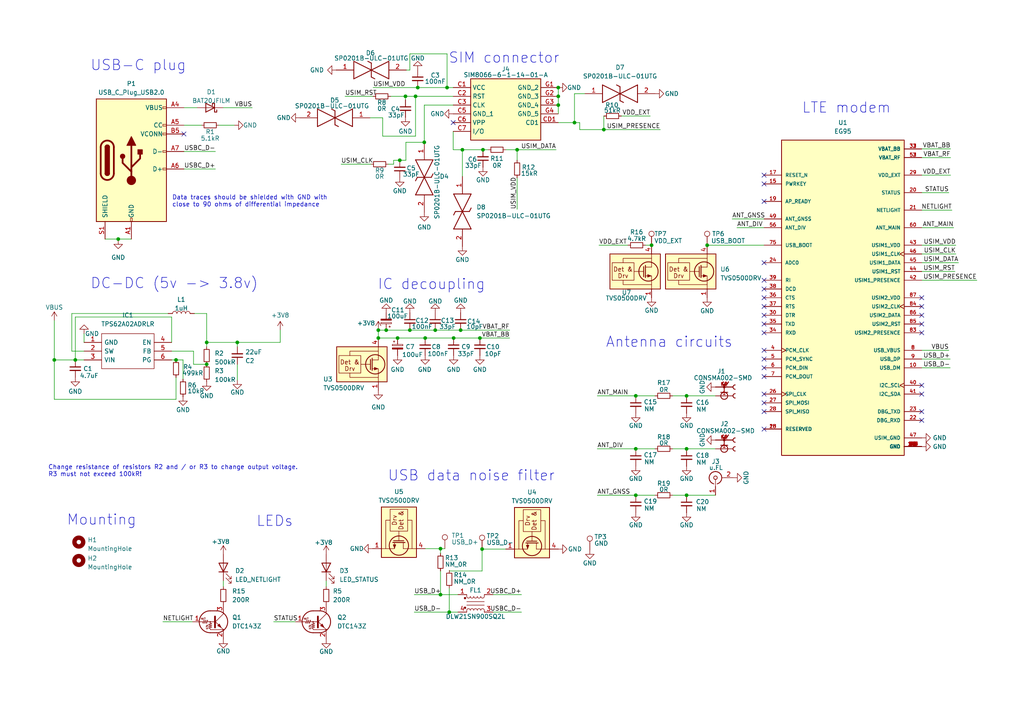
<source format=kicad_sch>
(kicad_sch (version 20230121) (generator eeschema)

  (uuid e7f5bf03-fb2c-47bf-a5e6-8bf502aef220)

  (paper "A4")

  (title_block
    (title "openCom LTE")
    (rev "v1.0")
    (company "Liberated Embedded Systems")
    (comment 1 "Licensed under Creative Commons Attribution 4.0.")
    (comment 4 "https://liberatedsystems.co.uk")
  )

  

  (junction (at 184.404 143.637) (diameter 0) (color 0 0 0 0)
    (uuid 042a0471-e21e-4cf9-a449-bbbe0b4e31dc)
  )
  (junction (at 115.316 98.044) (diameter 0) (color 0 0 0 0)
    (uuid 07a1419a-9ce9-47ac-9f25-5a877a03b148)
  )
  (junction (at 112.014 95.758) (diameter 0) (color 0 0 0 0)
    (uuid 0b842d3b-3af0-4445-85a2-8938feb3239b)
  )
  (junction (at 139.827 159.258) (diameter 0) (color 0 0 0 0)
    (uuid 108c85e9-c6c0-486e-acce-02cd06277409)
  )
  (junction (at 109.728 98.044) (diameter 0) (color 0 0 0 0)
    (uuid 249cd2e5-40dc-4d86-83f1-1d36bcff2155)
  )
  (junction (at 120.523 27.94) (diameter 0) (color 0 0 0 0)
    (uuid 2529567a-84d3-49c8-87a5-42b8116675b8)
  )
  (junction (at 184.404 114.808) (diameter 0) (color 0 0 0 0)
    (uuid 2d292abd-a196-4a57-8168-e345b85a43e2)
  )
  (junction (at 59.944 99.314) (diameter 0) (color 0 0 0 0)
    (uuid 36e8db00-b6e8-465b-982d-28a5692fc84a)
  )
  (junction (at 184.404 130.175) (diameter 0) (color 0 0 0 0)
    (uuid 4841ed9d-4f03-47af-a04b-128d42d47199)
  )
  (junction (at 139.192 98.044) (diameter 0) (color 0 0 0 0)
    (uuid 4a77998e-9110-499d-b99b-0ca8beb92ba4)
  )
  (junction (at 21.844 104.394) (diameter 0) (color 0 0 0 0)
    (uuid 4c802de5-a62c-45b9-8919-56239038f1d4)
  )
  (junction (at 199.136 143.637) (diameter 0) (color 0 0 0 0)
    (uuid 4c82af79-d55f-4314-9a7f-35f7aa12a6a9)
  )
  (junction (at 59.944 105.664) (diameter 0) (color 0 0 0 0)
    (uuid 5996a4f0-9688-4e1a-90b3-babd210fa8d6)
  )
  (junction (at 188.976 71.12) (diameter 0) (color 0 0 0 0)
    (uuid 60d57bd6-b749-4f42-adeb-f36d16ffdfee)
  )
  (junction (at 161.925 25.4) (diameter 0) (color 0 0 0 0)
    (uuid 63fd5dcc-6687-4160-921c-20661abc3383)
  )
  (junction (at 15.748 104.394) (diameter 0) (color 0 0 0 0)
    (uuid 662d7f32-fb97-41aa-ac93-f48fc05dc7a7)
  )
  (junction (at 205.105 71.12) (diameter 0) (color 0 0 0 0)
    (uuid 66b7964f-c33c-43e3-960c-f53593949cb9)
  )
  (junction (at 131.572 98.044) (diameter 0) (color 0 0 0 0)
    (uuid 6d2b738e-dbf5-438d-823f-18e2789a4004)
  )
  (junction (at 149.987 43.434) (diameter 0) (color 0 0 0 0)
    (uuid 73794637-c3fd-4e06-a39a-f6c4efd94b3f)
  )
  (junction (at 123.063 41.275) (diameter 0) (color 0 0 0 0)
    (uuid 7c6d2007-8ed4-40cd-994f-09a21b175e4b)
  )
  (junction (at 199.136 130.175) (diameter 0) (color 0 0 0 0)
    (uuid 8041df1e-37a6-4527-8ec0-8400a61212d2)
  )
  (junction (at 115.951 46.482) (diameter 0) (color 0 0 0 0)
    (uuid 864ceb9b-e94f-41ba-b473-5a5d74aff6eb)
  )
  (junction (at 129.667 25.4) (diameter 0) (color 0 0 0 0)
    (uuid 8db81e72-14da-47b3-b95b-67c09cba8521)
  )
  (junction (at 109.728 95.758) (diameter 0) (color 0 0 0 0)
    (uuid 93302bdb-0704-4e0b-a8dd-9dfb1a3b9997)
  )
  (junction (at 133.604 95.758) (diameter 0) (color 0 0 0 0)
    (uuid 97963e5a-c012-437b-b9b0-c938b05f9e9b)
  )
  (junction (at 130.302 177.546) (diameter 0) (color 0 0 0 0)
    (uuid 9fe07d3f-b8b9-4ea8-aa09-965827fcece6)
  )
  (junction (at 118.872 95.758) (diameter 0) (color 0 0 0 0)
    (uuid b31b2ab4-1e33-4ff8-886e-c52b892174a0)
  )
  (junction (at 117.602 27.94) (diameter 0) (color 0 0 0 0)
    (uuid c2b3d108-8989-4b48-a897-0c96e9da9706)
  )
  (junction (at 127.762 159.131) (diameter 0) (color 0 0 0 0)
    (uuid c440c282-25f7-4f68-9ee7-d7f6e1fb242c)
  )
  (junction (at 161.925 30.48) (diameter 0) (color 0 0 0 0)
    (uuid c65dd541-c849-42f0-96f1-56a83bcc53ca)
  )
  (junction (at 175.133 37.592) (diameter 0) (color 0 0 0 0)
    (uuid c9b36897-4a83-4a1d-87b4-a81671c4ab45)
  )
  (junction (at 166.624 35.56) (diameter 0) (color 0 0 0 0)
    (uuid caacda5c-24c3-47a6-ae17-42038d9b7750)
  )
  (junction (at 68.834 99.314) (diameter 0) (color 0 0 0 0)
    (uuid d030991e-27c8-47b5-bc06-e0a527017f6c)
  )
  (junction (at 123.317 98.044) (diameter 0) (color 0 0 0 0)
    (uuid d0b29793-5a1d-4bf2-84a7-4c2b8f0a55fb)
  )
  (junction (at 199.136 114.808) (diameter 0) (color 0 0 0 0)
    (uuid d1a2ea86-da3c-4b7e-b186-ecf50d0a39d6)
  )
  (junction (at 34.29 69.342) (diameter 0) (color 0 0 0 0)
    (uuid d7264a7e-d04f-4351-8b59-cabd586f5d0d)
  )
  (junction (at 161.925 27.94) (diameter 0) (color 0 0 0 0)
    (uuid d7ebf16c-c119-4a12-acdf-042f3c14b0d6)
  )
  (junction (at 126.238 95.758) (diameter 0) (color 0 0 0 0)
    (uuid d9741ebb-98cb-4867-9416-bb2325535329)
  )
  (junction (at 140.081 43.434) (diameter 0) (color 0 0 0 0)
    (uuid daa6e0f4-053f-4143-9153-188f93c9a287)
  )
  (junction (at 134.112 43.434) (diameter 0) (color 0 0 0 0)
    (uuid e1af9fcf-0533-4785-acc8-20915b91fbbb)
  )
  (junction (at 121.158 25.4) (diameter 0) (color 0 0 0 0)
    (uuid e30a2179-b596-4ce8-aea6-67b5b4a0837f)
  )
  (junction (at 127.762 172.466) (diameter 0) (color 0 0 0 0)
    (uuid e62ca165-381d-4aa2-a97b-d7b6bc254ee7)
  )
  (junction (at 51.054 104.394) (diameter 0) (color 0 0 0 0)
    (uuid f0e313f2-9291-4ca9-820b-64982e8a14cc)
  )

  (no_connect (at 221.615 119.38) (uuid 05a7c912-a068-4fca-9eab-8c05541865e2))
  (no_connect (at 221.615 91.44) (uuid 098ef58d-9c83-4e94-b159-9f6c0c821d15))
  (no_connect (at 131.445 35.56) (uuid 0bc5abec-39ee-4841-9105-7a9bc573923d))
  (no_connect (at 267.335 121.92) (uuid 27257eb7-e569-4fc4-8d74-cdeb620dbaa4))
  (no_connect (at 267.335 86.36) (uuid 29aa2da9-500d-467f-a954-b165ea662d36))
  (no_connect (at 267.335 114.3) (uuid 2fcb3cff-4db3-4d18-8ea8-334a3680b13d))
  (no_connect (at 221.615 88.9) (uuid 42df1992-7708-4c2e-a2b1-bfadafe60529))
  (no_connect (at 221.615 109.22) (uuid 4354e603-7f9d-4559-ab0d-405cf48cfae6))
  (no_connect (at 221.615 114.3) (uuid 4628dff3-05d9-4f8d-adc6-ccd39a555494))
  (no_connect (at 221.615 81.28) (uuid 49e24e25-ef0a-4535-8ddb-6091aecde71a))
  (no_connect (at 267.335 111.76) (uuid 55e0c271-5fbe-48bc-8951-877cc20fd028))
  (no_connect (at 221.615 86.36) (uuid 57884747-f80f-45b4-b376-3ed85b951751))
  (no_connect (at 267.335 91.44) (uuid 5d141732-3dc4-4823-9c61-56341c6489b5))
  (no_connect (at 221.615 76.2) (uuid 60677259-31a6-425c-a2e9-c6e042564e89))
  (no_connect (at 221.615 53.34) (uuid 6cf46e1d-f249-4cb3-9958-47644713fa0a))
  (no_connect (at 221.615 96.52) (uuid 7786db76-f36e-493d-bf14-08fb87b4cfb7))
  (no_connect (at 221.615 106.68) (uuid 789ebabe-93fb-484e-b50a-b5e32b445969))
  (no_connect (at 267.335 93.98) (uuid 7b8e352a-c575-43ca-9083-5e9fdf049e7a))
  (no_connect (at 221.615 101.6) (uuid 86d27db5-efbd-4595-ae69-49202e8d4e2d))
  (no_connect (at 221.615 124.46) (uuid 8f594ed6-21e7-4911-9df4-0bd43ca0d13f))
  (no_connect (at 221.615 104.14) (uuid 927688cb-4715-4226-8c85-a641f2de0f5f))
  (no_connect (at 267.335 119.38) (uuid 9946e06e-dc63-4715-a36c-037f8e374af2))
  (no_connect (at 267.335 88.9) (uuid a1f8cb88-3472-413a-8194-453d68bc142e))
  (no_connect (at 221.615 116.84) (uuid a3afcaf1-0d85-4bcb-b48c-beef9990449b))
  (no_connect (at 267.335 96.52) (uuid b0681478-bd21-4d84-844e-c81740b62703))
  (no_connect (at 221.615 50.8) (uuid c583c47f-49b7-4e4e-8008-493f5f8f0bbd))
  (no_connect (at 53.34 38.862) (uuid ca527f55-7bcf-4137-986c-55b6fde926ea))
  (no_connect (at 221.615 58.42) (uuid ceef2b62-30a9-4d16-ba8c-ea2ac879facf))
  (no_connect (at 221.615 83.82) (uuid e4045863-b097-4b22-b139-d020dbbc7d14))
  (no_connect (at 221.615 93.98) (uuid fef6a212-7061-4d20-842f-cc8186980657))

  (wire (pts (xy 117.729 41.275) (xy 117.729 46.482))
    (stroke (width 0) (type default))
    (uuid 016f9433-d5db-4039-b5ea-a91473d92ffe)
  )
  (wire (pts (xy 129.667 25.4) (xy 131.445 25.4))
    (stroke (width 0) (type default))
    (uuid 05afb178-1339-4f71-89d9-4888a02271d2)
  )
  (wire (pts (xy 100.076 27.94) (xy 108.204 27.94))
    (stroke (width 0) (type default))
    (uuid 083ba46c-0800-4d6e-a55a-8dae79770711)
  )
  (wire (pts (xy 123.317 159.131) (xy 127.762 159.131))
    (stroke (width 0) (type default))
    (uuid 0944d581-d69f-49a3-952b-b6550cae692b)
  )
  (wire (pts (xy 51.054 115.824) (xy 51.054 109.474))
    (stroke (width 0) (type default))
    (uuid 0973be5f-16c4-428c-80bb-8a3f2719cde1)
  )
  (wire (pts (xy 267.335 60.96) (xy 276.098 60.96))
    (stroke (width 0) (type default))
    (uuid 0a348e73-c020-462c-9ac1-aabea15c7af0)
  )
  (wire (pts (xy 120.142 172.466) (xy 127.762 172.466))
    (stroke (width 0) (type default))
    (uuid 0c39fce4-7ac0-4c9b-b343-4ba89b333cc5)
  )
  (wire (pts (xy 117.602 27.94) (xy 120.523 27.94))
    (stroke (width 0) (type default))
    (uuid 0c95fc4e-c26c-4751-b58b-6c4db65bac84)
  )
  (wire (pts (xy 267.335 73.66) (xy 277.241 73.66))
    (stroke (width 0) (type default))
    (uuid 10de3af6-802d-407b-9ace-a22f29da2b90)
  )
  (wire (pts (xy 68.834 99.314) (xy 81.28 99.314))
    (stroke (width 0) (type default))
    (uuid 11e96df8-6433-4721-997d-51e78b40e084)
  )
  (wire (pts (xy 98.933 47.625) (xy 107.569 47.625))
    (stroke (width 0) (type default))
    (uuid 14cb3f38-b25b-4d49-9a82-20df3506f421)
  )
  (wire (pts (xy 267.335 71.12) (xy 277.241 71.12))
    (stroke (width 0) (type default))
    (uuid 162d0b0c-49ac-4d83-936b-9aca5609cfdb)
  )
  (wire (pts (xy 118.872 95.758) (xy 126.238 95.758))
    (stroke (width 0) (type default))
    (uuid 19ee1a99-d2ea-401c-84c4-cb06e3ae7eba)
  )
  (wire (pts (xy 143.002 177.546) (xy 151.257 177.546))
    (stroke (width 0) (type default))
    (uuid 1c592a51-5af1-46f2-abdd-0978cea01987)
  )
  (wire (pts (xy 121.158 25.4) (xy 129.667 25.4))
    (stroke (width 0) (type default))
    (uuid 1fc85ee7-aece-46c0-a6b2-fec00e70aaf4)
  )
  (wire (pts (xy 199.136 114.808) (xy 207.518 114.808))
    (stroke (width 0) (type default))
    (uuid 20a09c66-954d-4dd9-bd94-eeef7aa4cbc9)
  )
  (wire (pts (xy 117.729 46.482) (xy 115.951 46.482))
    (stroke (width 0) (type default))
    (uuid 2223f823-ae7b-4e64-9638-dd44f3ba7622)
  )
  (wire (pts (xy 109.728 95.758) (xy 109.728 98.044))
    (stroke (width 0) (type default))
    (uuid 22482def-4517-4495-83f1-d60986f2b75f)
  )
  (wire (pts (xy 118.872 20.32) (xy 118.872 15.621))
    (stroke (width 0) (type default))
    (uuid 23820c3f-b217-45eb-ae9d-9ae6f49d0daa)
  )
  (wire (pts (xy 267.335 106.68) (xy 275.59 106.68))
    (stroke (width 0) (type default))
    (uuid 243e78eb-4256-43f6-a9f6-1996d251b01c)
  )
  (wire (pts (xy 24.384 101.854) (xy 20.828 101.854))
    (stroke (width 0) (type default))
    (uuid 25407507-ec15-4371-9996-a427893dcc24)
  )
  (wire (pts (xy 94.615 168.402) (xy 94.615 170.18))
    (stroke (width 0) (type default))
    (uuid 2a013bdb-46f0-4026-b4a1-c7d4eece15e3)
  )
  (wire (pts (xy 149.987 43.434) (xy 161.29 43.434))
    (stroke (width 0) (type default))
    (uuid 2a607466-5717-4fb6-a830-126715f5e057)
  )
  (wire (pts (xy 51.054 104.394) (xy 53.086 104.394))
    (stroke (width 0) (type default))
    (uuid 2c2e8857-e68d-4f83-a96e-e8a66d9e0b5e)
  )
  (wire (pts (xy 180.213 33.655) (xy 188.595 33.655))
    (stroke (width 0) (type default))
    (uuid 353a6e00-5517-4f48-bd92-0d7fe73c5552)
  )
  (wire (pts (xy 79.375 180.34) (xy 85.725 180.34))
    (stroke (width 0) (type default))
    (uuid 3a6b28c1-e471-48e7-9a80-d4b2d11b4b99)
  )
  (wire (pts (xy 267.335 45.72) (xy 275.717 45.72))
    (stroke (width 0) (type default))
    (uuid 3e34253e-ed9f-4fe8-8990-8023a4d7cc72)
  )
  (wire (pts (xy 139.192 98.044) (xy 131.572 98.044))
    (stroke (width 0) (type default))
    (uuid 3f59b73a-0baf-4264-9660-c05b4d8e826b)
  )
  (wire (pts (xy 59.944 90.932) (xy 59.944 99.314))
    (stroke (width 0) (type default))
    (uuid 431ae31f-38f4-44ba-9ee0-0d826b9ce84a)
  )
  (wire (pts (xy 113.284 27.94) (xy 117.602 27.94))
    (stroke (width 0) (type default))
    (uuid 443083fb-9da6-4106-85d7-406828d7e959)
  )
  (wire (pts (xy 63.5 36.322) (xy 67.945 36.322))
    (stroke (width 0) (type default))
    (uuid 46b7ef96-a908-44cf-8882-4e19177eaf3c)
  )
  (wire (pts (xy 212.344 63.5) (xy 221.615 63.5))
    (stroke (width 0) (type default))
    (uuid 488ffbfd-21d2-45be-9907-17ab725bda98)
  )
  (wire (pts (xy 126.238 95.758) (xy 133.604 95.758))
    (stroke (width 0) (type default))
    (uuid 4a6cad79-8d2b-40c0-b318-6b74fb99cdf0)
  )
  (wire (pts (xy 139.827 159.258) (xy 146.685 159.258))
    (stroke (width 0) (type default))
    (uuid 4b33db9c-e5dc-4bf7-aa53-cc9580572d4a)
  )
  (wire (pts (xy 110.998 34.163) (xy 110.998 39.497))
    (stroke (width 0) (type default))
    (uuid 4dcee664-3298-440f-aaac-63d7b9543b1c)
  )
  (wire (pts (xy 53.086 104.394) (xy 53.086 109.982))
    (stroke (width 0) (type default))
    (uuid 5111b0eb-3dfb-4f4f-bdd7-8f4b2ab7f8f3)
  )
  (wire (pts (xy 130.429 165.608) (xy 130.302 165.481))
    (stroke (width 0) (type default))
    (uuid 517ee6da-a164-4ceb-ad99-ace8a44a2c2e)
  )
  (wire (pts (xy 161.925 30.48) (xy 161.925 33.02))
    (stroke (width 0) (type default))
    (uuid 59bb1541-60fb-4903-b993-d87a3d5f43b2)
  )
  (wire (pts (xy 112.649 47.625) (xy 114.173 47.625))
    (stroke (width 0) (type default))
    (uuid 5ce1f302-565c-47f7-82a4-cc520c135052)
  )
  (wire (pts (xy 168.148 35.56) (xy 168.148 37.592))
    (stroke (width 0) (type default))
    (uuid 5dc645e5-a0e3-434b-a794-7d43df0b5995)
  )
  (wire (pts (xy 267.335 104.14) (xy 275.59 104.14))
    (stroke (width 0) (type default))
    (uuid 5f56a5f8-c8ef-436a-a3f0-d1d3e32e4f4c)
  )
  (wire (pts (xy 267.335 55.88) (xy 275.209 55.88))
    (stroke (width 0) (type default))
    (uuid 61e256b2-85cc-40e0-8b74-8f54c233587e)
  )
  (wire (pts (xy 123.063 41.275) (xy 123.063 30.48))
    (stroke (width 0) (type default))
    (uuid 642dd2ae-54c5-49d5-bda7-51e932d2b6ce)
  )
  (wire (pts (xy 127.762 159.131) (xy 127.762 160.528))
    (stroke (width 0) (type default))
    (uuid 69586c84-85a3-46c7-b29d-38c383017786)
  )
  (wire (pts (xy 173.736 71.12) (xy 182.118 71.12))
    (stroke (width 0) (type default))
    (uuid 6a39f7ff-db20-44af-aeb9-e043a484f58f)
  )
  (wire (pts (xy 161.925 25.4) (xy 161.925 27.94))
    (stroke (width 0) (type default))
    (uuid 6bf7f607-846c-4a60-a647-543092991339)
  )
  (wire (pts (xy 117.856 20.32) (xy 118.872 20.32))
    (stroke (width 0) (type default))
    (uuid 730a212c-4e21-4df4-a2ee-05ace01c2ff0)
  )
  (wire (pts (xy 267.335 76.2) (xy 278.003 76.2))
    (stroke (width 0) (type default))
    (uuid 7434c959-9658-4640-a403-c457ba7c5565)
  )
  (wire (pts (xy 184.404 114.808) (xy 189.992 114.808))
    (stroke (width 0) (type default))
    (uuid 7453db2a-5a22-4140-8907-6b6eedfe0eca)
  )
  (wire (pts (xy 267.335 81.28) (xy 283.337 81.28))
    (stroke (width 0) (type default))
    (uuid 7469e3ef-de30-4a7c-8e2f-ae590b37a9eb)
  )
  (wire (pts (xy 120.523 39.497) (xy 120.523 27.94))
    (stroke (width 0) (type default))
    (uuid 749c375c-a56e-4255-86e2-84a29b9a88dc)
  )
  (wire (pts (xy 161.925 27.94) (xy 161.925 30.48))
    (stroke (width 0) (type default))
    (uuid 77c51452-5a04-4a74-b638-87ed6ecbf76a)
  )
  (wire (pts (xy 110.998 39.497) (xy 120.523 39.497))
    (stroke (width 0) (type default))
    (uuid 79947cfc-4f35-45fe-a61e-2158073d0b2a)
  )
  (wire (pts (xy 184.404 143.637) (xy 189.992 143.637))
    (stroke (width 0) (type default))
    (uuid 7ac0a14f-02e1-47f3-86bd-75e714f2ea5b)
  )
  (wire (pts (xy 15.748 115.824) (xy 51.054 115.824))
    (stroke (width 0) (type default))
    (uuid 7b12b8f1-d5fe-4bbc-957e-d788af2f6372)
  )
  (wire (pts (xy 187.198 71.12) (xy 188.976 71.12))
    (stroke (width 0) (type default))
    (uuid 7bf717b2-c3b6-47b7-9e88-abb5a8177a31)
  )
  (wire (pts (xy 118.872 15.621) (xy 129.667 15.621))
    (stroke (width 0) (type default))
    (uuid 7ca38f84-5102-466d-b60c-defafd4e6502)
  )
  (wire (pts (xy 59.944 99.314) (xy 59.944 100.584))
    (stroke (width 0) (type default))
    (uuid 7ddb8de7-33df-45ae-b77b-70ed734db02c)
  )
  (wire (pts (xy 49.784 99.314) (xy 49.784 91.948))
    (stroke (width 0) (type default))
    (uuid 81ee1c7f-233e-4145-93d8-3f21808a95ff)
  )
  (wire (pts (xy 173.228 130.175) (xy 184.404 130.175))
    (stroke (width 0) (type default))
    (uuid 8269d304-bcfc-45e5-8254-d29b03033700)
  )
  (wire (pts (xy 149.987 43.434) (xy 149.987 46.482))
    (stroke (width 0) (type default))
    (uuid 869af4db-25ce-40f7-bf30-08de7030b9fe)
  )
  (wire (pts (xy 120.523 27.94) (xy 131.445 27.94))
    (stroke (width 0) (type default))
    (uuid 87e5c70f-d862-4133-80a2-7bf4dd8d55e6)
  )
  (wire (pts (xy 131.445 38.1) (xy 131.445 43.434))
    (stroke (width 0) (type default))
    (uuid 89efccfe-301a-455b-b2a9-c0bfb145d6b2)
  )
  (wire (pts (xy 134.112 43.434) (xy 140.081 43.434))
    (stroke (width 0) (type default))
    (uuid 8a67079c-75bd-475e-a44a-503761be5086)
  )
  (wire (pts (xy 49.784 91.948) (xy 21.844 91.948))
    (stroke (width 0) (type default))
    (uuid 8abe6bd7-9394-4908-a584-f259df544660)
  )
  (wire (pts (xy 130.429 165.608) (xy 139.827 165.608))
    (stroke (width 0) (type default))
    (uuid 8af824bd-fa75-4123-a1c9-9823718d7b8c)
  )
  (wire (pts (xy 195.072 114.808) (xy 199.136 114.808))
    (stroke (width 0) (type default))
    (uuid 8bc21f00-b4cf-4f13-9b03-eaba4a11badd)
  )
  (wire (pts (xy 117.729 41.275) (xy 123.063 41.275))
    (stroke (width 0) (type default))
    (uuid 8c4ee04a-5192-4bd2-981c-97cdb21ad311)
  )
  (wire (pts (xy 195.072 130.175) (xy 199.136 130.175))
    (stroke (width 0) (type default))
    (uuid 8c87ac72-8740-4284-91c0-7657a93d89b6)
  )
  (wire (pts (xy 55.88 180.34) (xy 47.244 180.34))
    (stroke (width 0) (type default))
    (uuid 8d95d9c9-36f6-48d9-b910-9248607a7ecb)
  )
  (wire (pts (xy 114.173 46.482) (xy 115.951 46.482))
    (stroke (width 0) (type default))
    (uuid 8f1b4e4f-4dba-4570-9dc5-d3bb139b4be5)
  )
  (wire (pts (xy 133.604 95.758) (xy 147.828 95.758))
    (stroke (width 0) (type default))
    (uuid 903839d1-5324-4e01-839b-2c39e7cc4f3d)
  )
  (wire (pts (xy 81.28 99.314) (xy 81.28 95.758))
    (stroke (width 0) (type default))
    (uuid 94149bb3-0230-4cc9-8a06-7f18e1ea6f1f)
  )
  (wire (pts (xy 107.315 34.163) (xy 110.998 34.163))
    (stroke (width 0) (type default))
    (uuid 94717fd4-ccb5-41b0-bbf4-e243e57f152b)
  )
  (wire (pts (xy 15.748 92.964) (xy 15.748 104.394))
    (stroke (width 0) (type default))
    (uuid 94f0d30d-a571-4c0b-ac5b-bf15c65e9ef3)
  )
  (wire (pts (xy 30.48 69.342) (xy 34.29 69.342))
    (stroke (width 0) (type default))
    (uuid 95bd61a9-339a-4be0-8506-6d8d40bf65df)
  )
  (wire (pts (xy 199.136 143.637) (xy 207.518 143.637))
    (stroke (width 0) (type default))
    (uuid 96c95263-bd70-4ad3-b037-c094a8e797c0)
  )
  (wire (pts (xy 131.572 98.044) (xy 123.317 98.044))
    (stroke (width 0) (type default))
    (uuid 9906097b-0b66-4650-97df-a7952c2b2d2e)
  )
  (wire (pts (xy 134.112 51.181) (xy 134.112 43.434))
    (stroke (width 0) (type default))
    (uuid 9a665be5-951b-4f27-93cc-f3bb68994e28)
  )
  (wire (pts (xy 112.014 95.758) (xy 118.872 95.758))
    (stroke (width 0) (type default))
    (uuid 9df57fc1-d46a-4bbd-afbc-39e7660a28e2)
  )
  (wire (pts (xy 59.944 99.314) (xy 68.834 99.314))
    (stroke (width 0) (type default))
    (uuid a194d0d5-eb6c-41af-98cc-0e2e067ed087)
  )
  (wire (pts (xy 168.148 37.592) (xy 175.133 37.592))
    (stroke (width 0) (type default))
    (uuid a5b615b6-1f39-4e25-a0eb-30cbf100465d)
  )
  (wire (pts (xy 53.34 43.942) (xy 62.484 43.942))
    (stroke (width 0) (type default))
    (uuid a6318b8d-ec38-48b8-bfb6-951335499080)
  )
  (wire (pts (xy 64.77 168.402) (xy 64.77 170.18))
    (stroke (width 0) (type default))
    (uuid aa2b0504-5aa9-4cad-927f-6b4895cd62fd)
  )
  (wire (pts (xy 166.624 27.178) (xy 169.672 27.178))
    (stroke (width 0) (type default))
    (uuid abd1faee-af51-4a43-a48f-29e0dbc707bb)
  )
  (wire (pts (xy 184.404 130.175) (xy 189.992 130.175))
    (stroke (width 0) (type default))
    (uuid abfcc4a9-db87-45ad-a66b-d96507da79ed)
  )
  (wire (pts (xy 149.987 51.562) (xy 149.987 60.706))
    (stroke (width 0) (type default))
    (uuid af10e562-0025-46f3-842a-e6b6ef311b24)
  )
  (wire (pts (xy 267.335 50.8) (xy 275.717 50.8))
    (stroke (width 0) (type default))
    (uuid b1bdc5eb-6651-4815-9f0f-c4d8de4847e4)
  )
  (wire (pts (xy 129.667 15.621) (xy 129.667 25.4))
    (stroke (width 0) (type default))
    (uuid b2d41148-2a60-424d-ab1e-3998594d6e1d)
  )
  (wire (pts (xy 175.133 37.592) (xy 191.516 37.592))
    (stroke (width 0) (type default))
    (uuid b30fc6d0-4a3f-4e54-9b03-75164ef6f3fb)
  )
  (wire (pts (xy 109.728 98.044) (xy 115.316 98.044))
    (stroke (width 0) (type default))
    (uuid b3300f2a-e355-483f-bb98-90208c8708c9)
  )
  (wire (pts (xy 68.834 99.314) (xy 68.834 100.584))
    (stroke (width 0) (type default))
    (uuid b59fc002-ff13-4eee-8a50-d839fe20c77b)
  )
  (wire (pts (xy 115.316 98.044) (xy 123.317 98.044))
    (stroke (width 0) (type default))
    (uuid b7b102c0-1b28-4056-93ed-231d765d6811)
  )
  (wire (pts (xy 173.228 114.808) (xy 184.404 114.808))
    (stroke (width 0) (type default))
    (uuid b829540a-d0b4-49ca-adbf-0f57eb079808)
  )
  (wire (pts (xy 175.133 33.655) (xy 175.133 37.592))
    (stroke (width 0) (type default))
    (uuid ba8ad741-ec74-4c8d-a0c9-98059acee5c3)
  )
  (wire (pts (xy 143.002 172.466) (xy 151.257 172.466))
    (stroke (width 0) (type default))
    (uuid baeee0a3-3b3e-4ce1-900c-14dff80fbada)
  )
  (wire (pts (xy 120.142 177.546) (xy 130.302 177.546))
    (stroke (width 0) (type default))
    (uuid bcb70764-9a79-4f7b-aa37-80ac97e980b5)
  )
  (wire (pts (xy 139.827 165.608) (xy 139.827 159.258))
    (stroke (width 0) (type default))
    (uuid bd7f77e6-8804-49a6-b7c9-5dec3b47d8fe)
  )
  (wire (pts (xy 34.29 69.342) (xy 34.29 69.596))
    (stroke (width 0) (type default))
    (uuid c1a67dc8-214e-462b-8621-7c935f79ad57)
  )
  (wire (pts (xy 267.335 101.6) (xy 275.209 101.6))
    (stroke (width 0) (type default))
    (uuid c6dfef69-c3ee-4c2e-b4c3-d206b67db366)
  )
  (wire (pts (xy 161.925 35.56) (xy 166.624 35.56))
    (stroke (width 0) (type default))
    (uuid c8f56b9c-ce0d-4e9f-a468-8bcd24cd8697)
  )
  (wire (pts (xy 127.762 159.131) (xy 129.032 159.131))
    (stroke (width 0) (type default))
    (uuid c9a56d29-537e-4c03-915d-bdade0dcdda9)
  )
  (wire (pts (xy 15.748 115.824) (xy 15.748 104.394))
    (stroke (width 0) (type default))
    (uuid cc0711b2-5351-4792-a69e-1d113d404b82)
  )
  (wire (pts (xy 64.77 31.242) (xy 73.152 31.242))
    (stroke (width 0) (type default))
    (uuid cc710d27-2717-4e95-b25b-85dd19deed59)
  )
  (wire (pts (xy 109.728 95.758) (xy 112.014 95.758))
    (stroke (width 0) (type default))
    (uuid cf1726fb-7e50-4838-8ce3-8a2069d77f9a)
  )
  (wire (pts (xy 139.192 98.044) (xy 147.828 98.044))
    (stroke (width 0) (type default))
    (uuid d020a520-a626-42f1-b92d-ed0acced7c64)
  )
  (wire (pts (xy 213.741 66.04) (xy 221.615 66.04))
    (stroke (width 0) (type default))
    (uuid d04ed176-2caf-490e-a330-8091df4c2d36)
  )
  (wire (pts (xy 49.784 104.394) (xy 51.054 104.394))
    (stroke (width 0) (type default))
    (uuid d1159933-963d-4653-b331-3bca57df1d8f)
  )
  (wire (pts (xy 56.134 101.854) (xy 56.134 105.664))
    (stroke (width 0) (type default))
    (uuid d11e1087-9947-49fc-86cb-1e3c88e786be)
  )
  (wire (pts (xy 123.063 30.48) (xy 131.445 30.48))
    (stroke (width 0) (type default))
    (uuid d2807613-1174-4625-a921-b474f498efed)
  )
  (wire (pts (xy 195.072 143.637) (xy 199.136 143.637))
    (stroke (width 0) (type default))
    (uuid d4dd32c3-edae-423c-a419-934d2b00cbef)
  )
  (wire (pts (xy 24.384 96.774) (xy 24.384 99.314))
    (stroke (width 0) (type default))
    (uuid d6fb14cd-da59-434a-a47f-6f9fe6c9ace9)
  )
  (wire (pts (xy 20.828 90.932) (xy 48.768 90.932))
    (stroke (width 0) (type default))
    (uuid d8ee074e-957f-4f2d-b164-756491ef692e)
  )
  (wire (pts (xy 130.302 177.546) (xy 132.842 177.546))
    (stroke (width 0) (type default))
    (uuid dafb6178-625b-40b9-8e35-323b2c6deaa7)
  )
  (wire (pts (xy 57.15 31.242) (xy 53.34 31.242))
    (stroke (width 0) (type default))
    (uuid dd890e69-1511-47b3-b73a-067cbc02dc6e)
  )
  (wire (pts (xy 15.748 104.394) (xy 21.844 104.394))
    (stroke (width 0) (type default))
    (uuid dd90930c-f552-46ac-b1f7-48d1ddb596d4)
  )
  (wire (pts (xy 130.302 170.561) (xy 130.302 177.546))
    (stroke (width 0) (type default))
    (uuid ddbafd75-5887-4eea-a2e7-5edc883a2ba2)
  )
  (wire (pts (xy 68.834 110.236) (xy 68.834 105.664))
    (stroke (width 0) (type default))
    (uuid de1f462f-42da-4e21-bb8a-51b75a28b7e2)
  )
  (wire (pts (xy 267.335 78.74) (xy 276.987 78.74))
    (stroke (width 0) (type default))
    (uuid de8bd120-989f-4c37-bcdc-ed048eed7b63)
  )
  (wire (pts (xy 53.34 49.022) (xy 62.484 49.022))
    (stroke (width 0) (type default))
    (uuid e264048e-cb40-46b2-b945-9d40fc798766)
  )
  (wire (pts (xy 21.844 91.948) (xy 21.844 104.394))
    (stroke (width 0) (type default))
    (uuid e2f3bd7c-4bfd-4a98-b07a-02934ca43525)
  )
  (wire (pts (xy 199.136 130.175) (xy 207.518 130.175))
    (stroke (width 0) (type default))
    (uuid e61b547d-31b0-418c-9839-c878bcd08d27)
  )
  (wire (pts (xy 34.29 69.342) (xy 38.1 69.342))
    (stroke (width 0) (type default))
    (uuid e8390b11-4fd0-4df4-a135-2e8b04d347c7)
  )
  (wire (pts (xy 166.624 35.56) (xy 168.148 35.56))
    (stroke (width 0) (type default))
    (uuid ea13530d-9a16-40e0-b120-068c3f1eb6fe)
  )
  (wire (pts (xy 127.762 172.466) (xy 132.842 172.466))
    (stroke (width 0) (type default))
    (uuid ed0e5eea-43c0-4d75-92ac-f8809c54c3c1)
  )
  (wire (pts (xy 127.762 165.608) (xy 127.762 172.466))
    (stroke (width 0) (type default))
    (uuid ed69a4d1-ef95-492f-9c0e-9984a0bafde2)
  )
  (wire (pts (xy 114.173 47.625) (xy 114.173 46.482))
    (stroke (width 0) (type default))
    (uuid edd7268d-f79b-44f5-9a08-966e59a430dc)
  )
  (wire (pts (xy 53.34 36.322) (xy 58.42 36.322))
    (stroke (width 0) (type default))
    (uuid ef0cb1c2-8f79-4365-bd54-164624d7e504)
  )
  (wire (pts (xy 173.228 143.637) (xy 184.404 143.637))
    (stroke (width 0) (type default))
    (uuid f11e621e-cc31-4be0-a142-98b4e2259320)
  )
  (wire (pts (xy 49.784 101.854) (xy 56.134 101.854))
    (stroke (width 0) (type default))
    (uuid f18e4bff-b172-40f4-88e4-3f0fa4403ce7)
  )
  (wire (pts (xy 117.602 28.956) (xy 117.602 27.94))
    (stroke (width 0) (type default))
    (uuid f20f93f6-8327-4fb3-aaaa-a982e469faf1)
  )
  (wire (pts (xy 140.081 43.434) (xy 141.605 43.434))
    (stroke (width 0) (type default))
    (uuid f2a1f47f-8604-4c84-a40f-d62ff5676128)
  )
  (wire (pts (xy 267.335 43.18) (xy 275.717 43.18))
    (stroke (width 0) (type default))
    (uuid f4110a8e-de93-4e3a-b729-09eefddfba3d)
  )
  (wire (pts (xy 131.445 43.434) (xy 134.112 43.434))
    (stroke (width 0) (type default))
    (uuid f5983d70-1b21-4eb4-bc99-4f20f08366ae)
  )
  (wire (pts (xy 20.828 101.854) (xy 20.828 90.932))
    (stroke (width 0) (type default))
    (uuid f7356388-ca20-456f-a3df-69eafbcfba76)
  )
  (wire (pts (xy 166.624 27.178) (xy 166.624 35.56))
    (stroke (width 0) (type default))
    (uuid f75ebdeb-10a0-4049-a0f7-8900b3f405dc)
  )
  (wire (pts (xy 205.105 71.12) (xy 221.615 71.12))
    (stroke (width 0) (type default))
    (uuid f7f0ef1f-9efc-4016-80af-90844a041c4c)
  )
  (wire (pts (xy 56.388 90.932) (xy 59.944 90.932))
    (stroke (width 0) (type default))
    (uuid fa5a06ba-69c9-4b7c-b204-56951d9ec9b0)
  )
  (wire (pts (xy 56.134 105.664) (xy 59.944 105.664))
    (stroke (width 0) (type default))
    (uuid fbb43638-f890-42a3-b07f-9b3cf691441e)
  )
  (wire (pts (xy 267.335 66.04) (xy 276.606 66.04))
    (stroke (width 0) (type default))
    (uuid fc31d884-aeca-4d8b-89f8-b346ad6f0168)
  )
  (wire (pts (xy 108.204 25.4) (xy 121.158 25.4))
    (stroke (width 0) (type default))
    (uuid fc863460-fe99-4abe-910f-ca8d0244f3df)
  )
  (wire (pts (xy 21.844 104.394) (xy 24.384 104.394))
    (stroke (width 0) (type default))
    (uuid fc8ef826-074d-49e9-a04e-0c35157a0f7b)
  )
  (wire (pts (xy 146.685 43.434) (xy 149.987 43.434))
    (stroke (width 0) (type default))
    (uuid fcd0f360-7287-4a8a-8067-c35111f2073d)
  )

  (text "LTE modem" (at 232.537 33.147 0)
    (effects (font (size 3 3)) (justify left bottom))
    (uuid 10856622-133d-4f7d-ac35-6cb885ce6185)
  )
  (text "SIM connector\n" (at 130.048 18.669 0)
    (effects (font (size 3 3)) (justify left bottom))
    (uuid 1f615cda-97b1-45ca-ac6b-01760d1a071c)
  )
  (text "LEDs" (at 74.295 153.035 0)
    (effects (font (size 3 3)) (justify left bottom))
    (uuid 5d1a16d1-daca-4fb8-9202-13f8ac655b04)
  )
  (text "USB-C plug" (at 26.162 20.828 0)
    (effects (font (size 3 3)) (justify left bottom))
    (uuid 997112e9-0d1c-4112-a4bc-f4e3764a24d5)
  )
  (text "IC decoupling\n" (at 109.474 84.328 0)
    (effects (font (size 3 3)) (justify left bottom))
    (uuid a6e487ce-2225-4f7e-ba17-13d3782fca51)
  )
  (text "Mounting\n" (at 19.304 152.654 0)
    (effects (font (size 3 3)) (justify left bottom))
    (uuid ca3cbb62-a0f7-4285-a4b7-af23b86dbe37)
  )
  (text "DC-DC (5v -> 3.8v)\n" (at 26.162 84.074 0)
    (effects (font (size 3 3)) (justify left bottom))
    (uuid d3b1a4ad-ac5d-4167-af11-de6f37be6fef)
  )
  (text "USB data noise filter" (at 112.395 139.827 0)
    (effects (font (size 3 3)) (justify left bottom))
    (uuid d3ed1f5b-761c-4e84-a5fb-d339d36018b8)
  )
  (text "Antenna circuits\n" (at 175.641 101.092 0)
    (effects (font (size 3 3)) (justify left bottom))
    (uuid d89f996c-ad5d-413a-96e1-7d792b283d85)
  )
  (text "Change resistance of resistors R2 and / or R3 to change output voltage.\nR3 must not exceed 100kR!\n"
    (at 13.97 138.43 0)
    (effects (font (size 1.27 1.27)) (justify left bottom))
    (uuid e64b5d2e-4c66-4328-a131-4a92aea4aeaf)
  )
  (text "Data traces should be shielded with GND with \nclose to 90 ohms of differential impedance"
    (at 49.911 60.198 0)
    (effects (font (size 1.27 1.27)) (justify left bottom))
    (uuid fa68311b-06f8-4187-b961-a9dc9acdbc66)
  )

  (label "USIM_VDD" (at 277.241 71.12 180) (fields_autoplaced)
    (effects (font (size 1.27 1.27)) (justify right bottom))
    (uuid 030fdd0e-42a9-4f5f-9d8a-a97afaca32e0)
  )
  (label "USBC_D-" (at 151.257 177.546 180) (fields_autoplaced)
    (effects (font (size 1.27 1.27)) (justify right bottom))
    (uuid 1c1f57fb-0304-4f5c-8ca3-a9352c2c96b9)
  )
  (label "ANT_GNSS" (at 212.344 63.5 0) (fields_autoplaced)
    (effects (font (size 1.27 1.27)) (justify left bottom))
    (uuid 1cab7889-027e-4a4b-92dd-e294b9188f4d)
  )
  (label "USIM_PRESENCE" (at 191.516 37.592 180) (fields_autoplaced)
    (effects (font (size 1.27 1.27)) (justify right bottom))
    (uuid 255f5bb5-a06f-455f-8359-09a5c5c99003)
  )
  (label "VBAT_RF" (at 147.828 95.758 180) (fields_autoplaced)
    (effects (font (size 1.27 1.27)) (justify right bottom))
    (uuid 29471ccc-e479-4ee0-be47-0a0b7085be20)
  )
  (label "USIM_CLK" (at 98.933 47.625 0) (fields_autoplaced)
    (effects (font (size 1.27 1.27)) (justify left bottom))
    (uuid 29daebfb-8de7-487b-83f6-acf17a235add)
  )
  (label "USB_D+" (at 275.59 104.14 180) (fields_autoplaced)
    (effects (font (size 1.27 1.27)) (justify right bottom))
    (uuid 2a3d94f1-8f38-4608-bc2a-9c7156e94a12)
  )
  (label "VBAT_BB" (at 147.828 98.044 180) (fields_autoplaced)
    (effects (font (size 1.27 1.27)) (justify right bottom))
    (uuid 341f62f5-589d-4734-8c10-bf214a9839d8)
  )
  (label "USIM_VDD" (at 149.987 60.706 90) (fields_autoplaced)
    (effects (font (size 1.27 1.27)) (justify left bottom))
    (uuid 4079dc95-5935-4f1d-9d1d-673cd8f80ca0)
  )
  (label "USB_D+" (at 120.142 172.466 0) (fields_autoplaced)
    (effects (font (size 1.27 1.27)) (justify left bottom))
    (uuid 44ff37be-8cbb-4422-b946-d0fab880891e)
  )
  (label "STATUS" (at 79.375 180.34 0) (fields_autoplaced)
    (effects (font (size 1.27 1.27)) (justify left bottom))
    (uuid 4a8a4651-c1be-49a7-90aa-5658cbb81ad4)
  )
  (label "VBAT_RF" (at 275.717 45.72 180) (fields_autoplaced)
    (effects (font (size 1.27 1.27)) (justify right bottom))
    (uuid 4d02e272-0362-4a3f-835a-71812e889c68)
  )
  (label "ANT_DIV" (at 173.228 130.175 0) (fields_autoplaced)
    (effects (font (size 1.27 1.27)) (justify left bottom))
    (uuid 59ec6daf-4f41-4eae-ad10-48af835cfb7a)
  )
  (label "ANT_DIV" (at 213.741 66.04 0) (fields_autoplaced)
    (effects (font (size 1.27 1.27)) (justify left bottom))
    (uuid 59f9c11e-faa0-4ecc-b792-b12652ba0b50)
  )
  (label "ANT_MAIN" (at 173.228 114.808 0) (fields_autoplaced)
    (effects (font (size 1.27 1.27)) (justify left bottom))
    (uuid 633c562a-e625-49be-b7c8-5a71d1731479)
  )
  (label "USB_D-" (at 275.59 106.68 180) (fields_autoplaced)
    (effects (font (size 1.27 1.27)) (justify right bottom))
    (uuid 6a42a279-6594-4617-92c7-bb273fe60f35)
  )
  (label "USB_D-" (at 120.142 177.546 0) (fields_autoplaced)
    (effects (font (size 1.27 1.27)) (justify left bottom))
    (uuid 6f7874e0-6a12-428e-9af4-58be41e35bb8)
  )
  (label "ANT_MAIN" (at 276.606 66.04 180) (fields_autoplaced)
    (effects (font (size 1.27 1.27)) (justify right bottom))
    (uuid 7099675a-1fd5-45df-b988-2f9a84da9897)
  )
  (label "NETLIGHT" (at 276.098 60.96 180) (fields_autoplaced)
    (effects (font (size 1.27 1.27)) (justify right bottom))
    (uuid 73fdc481-1392-4fb3-b700-3a76369af23c)
  )
  (label "USBC_D+" (at 151.257 172.466 180) (fields_autoplaced)
    (effects (font (size 1.27 1.27)) (justify right bottom))
    (uuid 7c1aeb40-f30a-420c-8f80-f5814d7b375a)
  )
  (label "USIM_PRESENCE" (at 283.337 81.28 180) (fields_autoplaced)
    (effects (font (size 1.27 1.27)) (justify right bottom))
    (uuid 84a0f01c-7c48-4b57-ac5c-93453bdb1bed)
  )
  (label "USIM_DATA" (at 278.003 76.2 180) (fields_autoplaced)
    (effects (font (size 1.27 1.27)) (justify right bottom))
    (uuid 8b7200f7-4daf-44de-bcca-41cd41cdbb8f)
  )
  (label "USBC_D+" (at 62.484 49.022 180) (fields_autoplaced)
    (effects (font (size 1.27 1.27)) (justify right bottom))
    (uuid 91db2672-e06a-417f-95c6-62ae4ee92f7d)
  )
  (label "NETLIGHT" (at 47.244 180.34 0) (fields_autoplaced)
    (effects (font (size 1.27 1.27)) (justify left bottom))
    (uuid a4b1017a-0351-4cf1-9d64-a09fc0b28a16)
  )
  (label "VBUS" (at 73.152 31.242 180) (fields_autoplaced)
    (effects (font (size 1.27 1.27)) (justify right bottom))
    (uuid b0ffd2ef-8ac8-4825-80f7-a62a2359493b)
  )
  (label "USBC_D-" (at 62.484 43.942 180) (fields_autoplaced)
    (effects (font (size 1.27 1.27)) (justify right bottom))
    (uuid b571b294-415c-4b13-ab39-12f42873915f)
  )
  (label "VDD_EXT" (at 275.717 50.8 180) (fields_autoplaced)
    (effects (font (size 1.27 1.27)) (justify right bottom))
    (uuid b939c651-baca-4dab-b241-76ea3ae8ff21)
  )
  (label "STATUS" (at 275.209 55.88 180) (fields_autoplaced)
    (effects (font (size 1.27 1.27)) (justify right bottom))
    (uuid bdcfc669-da81-4f42-9d69-b5cc4a006bad)
  )
  (label "USIM_CLK" (at 277.241 73.66 180) (fields_autoplaced)
    (effects (font (size 1.27 1.27)) (justify right bottom))
    (uuid be36023a-e621-4ab0-a53c-6918520012f6)
  )
  (label "USIM_DATA" (at 161.29 43.434 180) (fields_autoplaced)
    (effects (font (size 1.27 1.27)) (justify right bottom))
    (uuid c58f6959-ff28-48f6-936a-ae0c0ef60ab2)
  )
  (label "VBAT_BB" (at 275.717 43.18 180) (fields_autoplaced)
    (effects (font (size 1.27 1.27)) (justify right bottom))
    (uuid c82d18a3-5e0e-4e56-a101-ab1fefd0fdac)
  )
  (label "VBUS" (at 275.209 101.6 180) (fields_autoplaced)
    (effects (font (size 1.27 1.27)) (justify right bottom))
    (uuid cc4e7e37-ae6a-4bea-a02e-d92b5e4df412)
  )
  (label "USIM_VDD" (at 108.204 25.4 0) (fields_autoplaced)
    (effects (font (size 1.27 1.27)) (justify left bottom))
    (uuid cf62d78d-5f2d-496c-af64-74365a412979)
  )
  (label "VDD_EXT" (at 188.595 33.655 180) (fields_autoplaced)
    (effects (font (size 1.27 1.27)) (justify right bottom))
    (uuid dd4e481b-f5b2-4b82-9df0-a07179bbd99e)
  )
  (label "USIM_RST" (at 100.076 27.94 0) (fields_autoplaced)
    (effects (font (size 1.27 1.27)) (justify left bottom))
    (uuid e97fc6f9-74f3-4a24-a312-65ea67586244)
  )
  (label "ANT_GNSS" (at 173.228 143.637 0) (fields_autoplaced)
    (effects (font (size 1.27 1.27)) (justify left bottom))
    (uuid f22bc7e2-51c7-4426-95b2-620e2f4814d6)
  )
  (label "VDD_EXT" (at 173.736 71.12 0) (fields_autoplaced)
    (effects (font (size 1.27 1.27)) (justify left bottom))
    (uuid f357f920-21ab-4c10-b948-8ca7d7791e95)
  )
  (label "USIM_RST" (at 276.987 78.74 180) (fields_autoplaced)
    (effects (font (size 1.27 1.27)) (justify right bottom))
    (uuid fcaf79c5-8fd4-4846-b15b-c83a0af83477)
  )

  (symbol (lib_id "power:GND") (at 123.317 103.124 0) (unit 1)
    (in_bom yes) (on_board yes) (dnp no)
    (uuid 06c2399e-462d-4b78-8cae-1501c2ae7839)
    (property "Reference" "#PWR03" (at 123.317 109.474 0)
      (effects (font (size 1.27 1.27)) hide)
    )
    (property "Value" "GND" (at 125.222 107.188 0)
      (effects (font (size 1.27 1.27)) (justify right))
    )
    (property "Footprint" "" (at 123.317 103.124 0)
      (effects (font (size 1.27 1.27)) hide)
    )
    (property "Datasheet" "" (at 123.317 103.124 0)
      (effects (font (size 1.27 1.27)) hide)
    )
    (pin "1" (uuid bc6272e1-93f9-4281-bcd5-ad90543464df))
    (instances
      (project "opencom-lte"
        (path "/e7f5bf03-fb2c-47bf-a5e6-8bf502aef220"
          (reference "#PWR03") (unit 1)
        )
      )
    )
  )

  (symbol (lib_id "Device:R_Small") (at 53.086 112.522 0) (unit 1)
    (in_bom yes) (on_board yes) (dnp no)
    (uuid 07398bf2-a4b0-456d-b59a-0d3d1b836125)
    (property "Reference" "R6" (at 54.356 111.76 0)
      (effects (font (size 1.27 1.27)) (justify left))
    )
    (property "Value" "10kR" (at 54.356 113.411 0)
      (effects (font (size 1.27 1.27)) (justify left))
    )
    (property "Footprint" "Resistor_SMD:R_0603_1608Metric" (at 53.086 112.522 0)
      (effects (font (size 1.27 1.27)) hide)
    )
    (property "Datasheet" "~" (at 53.086 112.522 0)
      (effects (font (size 1.27 1.27)) hide)
    )
    (pin "1" (uuid 7773cb73-9fb6-4fd9-949d-789fb08cee76))
    (pin "2" (uuid ad583c30-de0e-4513-ab7d-e64d16c8e11a))
    (instances
      (project "opencom-lte"
        (path "/e7f5bf03-fb2c-47bf-a5e6-8bf502aef220"
          (reference "R6") (unit 1)
        )
      )
    )
  )

  (symbol (lib_id "Transistor_BJT:DTC143Z") (at 62.23 180.34 0) (unit 1)
    (in_bom yes) (on_board yes) (dnp no) (fields_autoplaced)
    (uuid 079c2c69-fe66-4bf8-b630-2a3e8b1dfa4d)
    (property "Reference" "Q1" (at 67.31 179.07 0)
      (effects (font (size 1.27 1.27)) (justify left))
    )
    (property "Value" "DTC143Z" (at 67.31 181.61 0)
      (effects (font (size 1.27 1.27)) (justify left))
    )
    (property "Footprint" "DTC143ZMT2L:SOTFL3P40_120X120X55L30X32N" (at 62.23 180.34 0)
      (effects (font (size 1.27 1.27)) (justify left) hide)
    )
    (property "Datasheet" "" (at 62.23 180.34 0)
      (effects (font (size 1.27 1.27)) (justify left) hide)
    )
    (pin "1" (uuid e3e45c28-4abc-4dea-af2b-1cd9ff63b75e))
    (pin "2" (uuid 9db23f5e-245c-43d6-be7e-24db320e7766))
    (pin "3" (uuid 5192ad1a-ae38-4eb7-9ad0-f12addf7e753))
    (instances
      (project "opencom-lte"
        (path "/e7f5bf03-fb2c-47bf-a5e6-8bf502aef220"
          (reference "Q1") (unit 1)
        )
      )
    )
  )

  (symbol (lib_id "Power_Protection:TVS0500DRV") (at 154.305 159.258 270) (unit 1)
    (in_bom yes) (on_board yes) (dnp no) (fields_autoplaced)
    (uuid 0942dfca-44ea-4fcb-892a-adcc75baa0d8)
    (property "Reference" "U4" (at 154.305 142.748 90)
      (effects (font (size 1.27 1.27)))
    )
    (property "Value" "TVS0500DRV" (at 154.305 145.288 90)
      (effects (font (size 1.27 1.27)))
    )
    (property "Footprint" "Package_SON:WSON-6-1EP_2x2mm_P0.65mm_EP1x1.6mm" (at 145.415 164.338 0)
      (effects (font (size 1.27 1.27)) hide)
    )
    (property "Datasheet" "http://www.ti.com/lit/ds/symlink/tvs0500.pdf" (at 154.305 156.718 0)
      (effects (font (size 1.27 1.27)) hide)
    )
    (pin "1" (uuid f0344121-d306-4852-bc9e-96a72d34b7b5))
    (pin "2" (uuid fc86d3a8-2e6d-4d7c-ba5f-5c8b3f388850))
    (pin "3" (uuid f85214f0-089e-4e36-a5ca-db817c725ff2))
    (pin "4" (uuid f81efb68-f344-4a96-a26d-b79ee07ba083))
    (pin "5" (uuid 04f2f219-c686-4f4c-8532-d1aca7241602))
    (pin "6" (uuid d7976263-08df-4c57-a278-4c4c207b5732))
    (pin "7" (uuid f9ce1733-e703-441b-97df-943a604cd830))
    (instances
      (project "opencom-lte"
        (path "/e7f5bf03-fb2c-47bf-a5e6-8bf502aef220"
          (reference "U4") (unit 1)
        )
      )
    )
  )

  (symbol (lib_id "Connector:Conn_Coaxial") (at 207.518 138.557 90) (unit 1)
    (in_bom yes) (on_board yes) (dnp no)
    (uuid 0a40f818-434f-42e1-8023-b94a003b0d64)
    (property "Reference" "J3" (at 208.788 133.858 90)
      (effects (font (size 1.27 1.27)) (justify left))
    )
    (property "Value" "u.FL" (at 209.7162 135.636 90)
      (effects (font (size 1.27 1.27)) (justify left))
    )
    (property "Footprint" "Connector_Coaxial:U.FL_Hirose_U.FL-R-SMT-1_Vertical" (at 207.518 138.557 0)
      (effects (font (size 1.27 1.27)) hide)
    )
    (property "Datasheet" " ~" (at 207.518 138.557 0)
      (effects (font (size 1.27 1.27)) hide)
    )
    (pin "1" (uuid 69d486a9-c904-4be4-8309-ccd497db9d1c))
    (pin "2" (uuid a73d0246-eb4d-4d1d-90f6-55adb122b0f3))
    (instances
      (project "opencom-lte"
        (path "/e7f5bf03-fb2c-47bf-a5e6-8bf502aef220"
          (reference "J3") (unit 1)
        )
      )
    )
  )

  (symbol (lib_id "Connector:USB_C_Plug_USB2.0") (at 38.1 46.482 0) (unit 1)
    (in_bom yes) (on_board yes) (dnp no) (fields_autoplaced)
    (uuid 0dcaec53-9d05-4a0e-9a06-34b6fc261cee)
    (property "Reference" "P1" (at 38.1 24.257 0)
      (effects (font (size 1.27 1.27)))
    )
    (property "Value" "USB_C_Plug_USB2.0" (at 38.1 26.797 0)
      (effects (font (size 1.27 1.27)))
    )
    (property "Footprint" "Connector_USB:USB_C_Plug_Molex_105444" (at 41.91 46.482 0)
      (effects (font (size 1.27 1.27)) hide)
    )
    (property "Datasheet" "https://www.usb.org/sites/default/files/documents/usb_type-c.zip" (at 41.91 46.482 0)
      (effects (font (size 1.27 1.27)) hide)
    )
    (pin "A1" (uuid 614e1b26-8f10-49b7-a64a-eb7c5df5fb80))
    (pin "A12" (uuid 64b86aa7-9f5f-4c73-80fe-82fc498ae1d3))
    (pin "A4" (uuid 49fab087-3df6-442f-a17a-a89fc48f8738))
    (pin "A5" (uuid 8ceb3237-d42b-48d7-8a2a-69539c06d052))
    (pin "A6" (uuid f7d1e95e-c812-4526-9ca5-9d6c1b43000a))
    (pin "A7" (uuid 205912ac-f964-4312-8732-75b624fff5a6))
    (pin "A9" (uuid c92e52bc-1111-4526-9a12-0c9780ad8259))
    (pin "B1" (uuid a86585c3-1e10-4720-b0bc-0b5cc74bfa40))
    (pin "B12" (uuid e8f36c75-230c-4983-8394-9e6809c7c601))
    (pin "B4" (uuid 8c0b9c03-c51a-4f90-9f83-682489e3d710))
    (pin "B5" (uuid 5abad1e2-4b36-43bf-ad64-8d42301cf5f6))
    (pin "B9" (uuid a00c8a17-493f-4db8-9885-ec2181689b73))
    (pin "S1" (uuid db5145c7-1a6b-400e-b256-5cafd1bc47e8))
    (instances
      (project "opencom-lte"
        (path "/e7f5bf03-fb2c-47bf-a5e6-8bf502aef220"
          (reference "P1") (unit 1)
        )
      )
    )
  )

  (symbol (lib_id "power:GND") (at 68.834 110.236 0) (unit 1)
    (in_bom yes) (on_board yes) (dnp no)
    (uuid 1181cff8-af6c-46f5-b38b-d5b7a6328770)
    (property "Reference" "#PWR013" (at 68.834 116.586 0)
      (effects (font (size 1.27 1.27)) hide)
    )
    (property "Value" "GND" (at 68.834 113.792 0)
      (effects (font (size 1.27 1.27)))
    )
    (property "Footprint" "" (at 68.834 110.236 0)
      (effects (font (size 1.27 1.27)) hide)
    )
    (property "Datasheet" "" (at 68.834 110.236 0)
      (effects (font (size 1.27 1.27)) hide)
    )
    (pin "1" (uuid 0431afae-6d27-4993-8080-49f51ca0431d))
    (instances
      (project "opencom-lte"
        (path "/e7f5bf03-fb2c-47bf-a5e6-8bf502aef220"
          (reference "#PWR013") (unit 1)
        )
      )
    )
  )

  (symbol (lib_id "Device:R_Small") (at 110.109 47.625 90) (unit 1)
    (in_bom yes) (on_board yes) (dnp no)
    (uuid 1513979a-9efc-4e7c-9d42-0062cf2f701c)
    (property "Reference" "R9" (at 110.109 49.403 90)
      (effects (font (size 1.27 1.27)))
    )
    (property "Value" "0R" (at 110.109 51.181 90)
      (effects (font (size 1.27 1.27)))
    )
    (property "Footprint" "Resistor_SMD:R_0603_1608Metric" (at 110.109 47.625 0)
      (effects (font (size 1.27 1.27)) hide)
    )
    (property "Datasheet" "~" (at 110.109 47.625 0)
      (effects (font (size 1.27 1.27)) hide)
    )
    (pin "1" (uuid cf220af5-03ee-45eb-b69e-ff4b6a95fb3b))
    (pin "2" (uuid 11df6754-ab84-4da1-b5f1-fe37a3118110))
    (instances
      (project "opencom-lte"
        (path "/e7f5bf03-fb2c-47bf-a5e6-8bf502aef220"
          (reference "R9") (unit 1)
        )
      )
    )
  )

  (symbol (lib_id "power:GND") (at 189.992 27.178 90) (unit 1)
    (in_bom yes) (on_board yes) (dnp no)
    (uuid 1a1663ee-a12d-45d1-ab10-d2579fa3e4fa)
    (property "Reference" "#PWR048" (at 196.342 27.178 0)
      (effects (font (size 1.27 1.27)) hide)
    )
    (property "Value" "GND" (at 192.786 27.178 90)
      (effects (font (size 1.27 1.27)) (justify right))
    )
    (property "Footprint" "" (at 189.992 27.178 0)
      (effects (font (size 1.27 1.27)) hide)
    )
    (property "Datasheet" "" (at 189.992 27.178 0)
      (effects (font (size 1.27 1.27)) hide)
    )
    (pin "1" (uuid 8f815a5a-85f6-41b2-b196-edfe7d8d485a))
    (instances
      (project "opencom-lte"
        (path "/e7f5bf03-fb2c-47bf-a5e6-8bf502aef220"
          (reference "#PWR048") (unit 1)
        )
      )
    )
  )

  (symbol (lib_id "Device:R_Small") (at 192.532 143.637 90) (unit 1)
    (in_bom yes) (on_board yes) (dnp no)
    (uuid 1c39bbee-da94-42e7-a732-765cf6d74ee6)
    (property "Reference" "R19" (at 192.532 140.208 90)
      (effects (font (size 1.27 1.27)))
    )
    (property "Value" "0R" (at 192.532 141.986 90)
      (effects (font (size 1.27 1.27)))
    )
    (property "Footprint" "Resistor_SMD:R_0603_1608Metric_Pad0.98x0.95mm_HandSolder" (at 192.532 143.637 0)
      (effects (font (size 1.27 1.27)) hide)
    )
    (property "Datasheet" "~" (at 192.532 143.637 0)
      (effects (font (size 1.27 1.27)) hide)
    )
    (pin "1" (uuid cae855ea-469c-419d-8731-e918c1935398))
    (pin "2" (uuid f1cfad3f-6d85-4d11-8465-32d9e2787a6b))
    (instances
      (project "opencom-lte"
        (path "/e7f5bf03-fb2c-47bf-a5e6-8bf502aef220"
          (reference "R19") (unit 1)
        )
      )
    )
  )

  (symbol (lib_id "Device:C_Small") (at 184.404 132.715 0) (unit 1)
    (in_bom yes) (on_board yes) (dnp no)
    (uuid 1c6fdaf6-48ad-4757-880f-7ce002078964)
    (property "Reference" "C17" (at 186.69 131.953 0)
      (effects (font (size 1.27 1.27)) (justify left))
    )
    (property "Value" "NM" (at 186.817 133.985 0)
      (effects (font (size 1.27 1.27)) (justify left))
    )
    (property "Footprint" "Capacitor_SMD:C_0603_1608Metric_Pad1.08x0.95mm_HandSolder" (at 184.404 132.715 0)
      (effects (font (size 1.27 1.27)) hide)
    )
    (property "Datasheet" "~" (at 184.404 132.715 0)
      (effects (font (size 1.27 1.27)) hide)
    )
    (pin "1" (uuid 53a9bc79-5daf-4483-8a9b-852445108751))
    (pin "2" (uuid 870d78b0-3e3e-4531-a853-b79bd21f64a9))
    (instances
      (project "opencom-lte"
        (path "/e7f5bf03-fb2c-47bf-a5e6-8bf502aef220"
          (reference "C17") (unit 1)
        )
      )
    )
  )

  (symbol (lib_id "power:GND") (at 199.136 119.888 0) (unit 1)
    (in_bom yes) (on_board yes) (dnp no)
    (uuid 20d3f54a-d3b1-40d2-8866-c4783414505a)
    (property "Reference" "#PWR035" (at 199.136 126.238 0)
      (effects (font (size 1.27 1.27)) hide)
    )
    (property "Value" "GND" (at 199.136 123.444 0)
      (effects (font (size 1.27 1.27)))
    )
    (property "Footprint" "" (at 199.136 119.888 0)
      (effects (font (size 1.27 1.27)) hide)
    )
    (property "Datasheet" "" (at 199.136 119.888 0)
      (effects (font (size 1.27 1.27)) hide)
    )
    (pin "1" (uuid 0f67463d-48a3-4459-a2b2-512b7e2f5b60))
    (instances
      (project "opencom-lte"
        (path "/e7f5bf03-fb2c-47bf-a5e6-8bf502aef220"
          (reference "#PWR035") (unit 1)
        )
      )
    )
  )

  (symbol (lib_id "power:GND") (at 34.29 69.596 0) (unit 1)
    (in_bom yes) (on_board yes) (dnp no)
    (uuid 23edcf3f-b4f7-4c9c-8b20-5bd494a12693)
    (property "Reference" "#PWR06" (at 34.29 75.946 0)
      (effects (font (size 1.27 1.27)) hide)
    )
    (property "Value" "GND" (at 34.29 74.676 0)
      (effects (font (size 1.27 1.27)))
    )
    (property "Footprint" "" (at 34.29 69.596 0)
      (effects (font (size 1.27 1.27)) hide)
    )
    (property "Datasheet" "" (at 34.29 69.596 0)
      (effects (font (size 1.27 1.27)) hide)
    )
    (pin "1" (uuid 253e8f16-f994-459a-86b0-689fd2198026))
    (instances
      (project "opencom-lte"
        (path "/e7f5bf03-fb2c-47bf-a5e6-8bf502aef220"
          (reference "#PWR06") (unit 1)
        )
      )
    )
  )

  (symbol (lib_id "power:GND") (at 115.316 103.124 0) (unit 1)
    (in_bom yes) (on_board yes) (dnp no)
    (uuid 252821d7-50e9-4db6-bccd-899861faedc1)
    (property "Reference" "#PWR01" (at 115.316 109.474 0)
      (effects (font (size 1.27 1.27)) hide)
    )
    (property "Value" "GND" (at 117.348 107.188 0)
      (effects (font (size 1.27 1.27)) (justify right))
    )
    (property "Footprint" "" (at 115.316 103.124 0)
      (effects (font (size 1.27 1.27)) hide)
    )
    (property "Datasheet" "" (at 115.316 103.124 0)
      (effects (font (size 1.27 1.27)) hide)
    )
    (pin "1" (uuid f016b180-0b61-48a7-9849-0cf49fc94b93))
    (instances
      (project "opencom-lte"
        (path "/e7f5bf03-fb2c-47bf-a5e6-8bf502aef220"
          (reference "#PWR01") (unit 1)
        )
      )
    )
  )

  (symbol (lib_id "Connector:TestPoint") (at 205.105 71.12 0) (unit 1)
    (in_bom yes) (on_board yes) (dnp no)
    (uuid 253f5d4d-14f4-433d-ac03-d28034870e41)
    (property "Reference" "TP6" (at 206.502 67.818 0)
      (effects (font (size 1.27 1.27)) (justify left))
    )
    (property "Value" "USB_BOOT" (at 206.248 69.85 0)
      (effects (font (size 1.27 1.27)) (justify left))
    )
    (property "Footprint" "TestPoint:TestPoint_Pad_1.0x1.0mm" (at 210.185 71.12 0)
      (effects (font (size 1.27 1.27)) hide)
    )
    (property "Datasheet" "~" (at 210.185 71.12 0)
      (effects (font (size 1.27 1.27)) hide)
    )
    (pin "1" (uuid b2b80f5d-0cba-4895-ae45-fd55e25ebc16))
    (instances
      (project "opencom-lte"
        (path "/e7f5bf03-fb2c-47bf-a5e6-8bf502aef220"
          (reference "TP6") (unit 1)
        )
      )
    )
  )

  (symbol (lib_id "Device:R_Small") (at 130.302 168.021 0) (unit 1)
    (in_bom yes) (on_board yes) (dnp no)
    (uuid 266644c5-3c78-46b6-8155-5463a88a391f)
    (property "Reference" "R14" (at 131.572 166.751 0)
      (effects (font (size 1.27 1.27)) (justify left))
    )
    (property "Value" "NM_0R" (at 131.572 168.656 0)
      (effects (font (size 1.27 1.27)) (justify left))
    )
    (property "Footprint" "Resistor_SMD:R_0603_1608Metric" (at 130.302 168.021 0)
      (effects (font (size 1.27 1.27)) hide)
    )
    (property "Datasheet" "~" (at 130.302 168.021 0)
      (effects (font (size 1.27 1.27)) hide)
    )
    (pin "1" (uuid 07a807da-f325-4fba-a2df-3b4b500b7260))
    (pin "2" (uuid caf9423a-d251-4279-b0e7-a47a7bde3187))
    (instances
      (project "opencom-lte"
        (path "/e7f5bf03-fb2c-47bf-a5e6-8bf502aef220"
          (reference "R14") (unit 1)
        )
      )
    )
  )

  (symbol (lib_id "Device:C_Small") (at 133.604 93.218 0) (unit 1)
    (in_bom yes) (on_board yes) (dnp no)
    (uuid 270dc070-3abf-4425-9c7c-cc323b7f325e)
    (property "Reference" "C14" (at 137.414 93.218 0)
      (effects (font (size 1.27 1.27)))
    )
    (property "Value" "10pF" (at 137.668 94.742 0)
      (effects (font (size 1.27 1.27)))
    )
    (property "Footprint" "Capacitor_SMD:C_0603_1608Metric" (at 133.604 93.218 0)
      (effects (font (size 1.27 1.27)) hide)
    )
    (property "Datasheet" "~" (at 133.604 93.218 0)
      (effects (font (size 1.27 1.27)) hide)
    )
    (pin "1" (uuid 18d92d88-0276-4927-a832-a97a19fe1ef6))
    (pin "2" (uuid ffae03b2-003c-4fa5-a174-0950ae1715fc))
    (instances
      (project "opencom-lte"
        (path "/e7f5bf03-fb2c-47bf-a5e6-8bf502aef220"
          (reference "C14") (unit 1)
        )
      )
    )
  )

  (symbol (lib_id "Device:C_Small") (at 121.158 22.86 0) (unit 1)
    (in_bom yes) (on_board yes) (dnp no)
    (uuid 294ff6fd-91fd-4eb9-9a6e-13259d2f77c9)
    (property "Reference" "C3" (at 126.238 21.844 0)
      (effects (font (size 1.27 1.27)))
    )
    (property "Value" "100nF" (at 126.238 23.622 0)
      (effects (font (size 1.27 1.27)))
    )
    (property "Footprint" "Capacitor_SMD:C_0603_1608Metric" (at 121.158 22.86 0)
      (effects (font (size 1.27 1.27)) hide)
    )
    (property "Datasheet" "~" (at 121.158 22.86 0)
      (effects (font (size 1.27 1.27)) hide)
    )
    (pin "1" (uuid 38b74494-67b1-491d-b97b-715ee901ec48))
    (pin "2" (uuid b0bcc99e-1b93-41ee-8e7b-c108987a6b45))
    (instances
      (project "opencom-lte"
        (path "/e7f5bf03-fb2c-47bf-a5e6-8bf502aef220"
          (reference "C3") (unit 1)
        )
      )
    )
  )

  (symbol (lib_id "power:GND") (at 133.604 90.678 180) (unit 1)
    (in_bom yes) (on_board yes) (dnp no)
    (uuid 2d5e5834-a7d7-4a51-a5d7-59f6bf447ce9)
    (property "Reference" "#PWR02" (at 133.604 84.328 0)
      (effects (font (size 1.27 1.27)) hide)
    )
    (property "Value" "GND" (at 131.572 87.122 0)
      (effects (font (size 1.27 1.27)) (justify right))
    )
    (property "Footprint" "" (at 133.604 90.678 0)
      (effects (font (size 1.27 1.27)) hide)
    )
    (property "Datasheet" "" (at 133.604 90.678 0)
      (effects (font (size 1.27 1.27)) hide)
    )
    (pin "1" (uuid 328872c6-f582-403e-8db2-d3b6c90922e9))
    (instances
      (project "opencom-lte"
        (path "/e7f5bf03-fb2c-47bf-a5e6-8bf502aef220"
          (reference "#PWR02") (unit 1)
        )
      )
    )
  )

  (symbol (lib_id "Connector:TestPoint") (at 188.976 71.12 0) (unit 1)
    (in_bom yes) (on_board yes) (dnp no)
    (uuid 2dd0dc5d-641f-4ee8-90c7-a74f8482bf77)
    (property "Reference" "TP7" (at 189.738 67.818 0)
      (effects (font (size 1.27 1.27)) (justify left))
    )
    (property "Value" "VDD_EXT" (at 189.738 69.85 0)
      (effects (font (size 1.27 1.27)) (justify left))
    )
    (property "Footprint" "TestPoint:TestPoint_Pad_1.0x1.0mm" (at 194.056 71.12 0)
      (effects (font (size 1.27 1.27)) hide)
    )
    (property "Datasheet" "~" (at 194.056 71.12 0)
      (effects (font (size 1.27 1.27)) hide)
    )
    (pin "1" (uuid 30f2f03d-5553-4593-b54a-0762f36f563b))
    (instances
      (project "opencom-lte"
        (path "/e7f5bf03-fb2c-47bf-a5e6-8bf502aef220"
          (reference "TP7") (unit 1)
        )
      )
    )
  )

  (symbol (lib_id "power:GND") (at 184.404 135.255 0) (unit 1)
    (in_bom yes) (on_board yes) (dnp no)
    (uuid 3091ad26-5671-42e0-b423-a20e8de2ab78)
    (property "Reference" "#PWR036" (at 184.404 141.605 0)
      (effects (font (size 1.27 1.27)) hide)
    )
    (property "Value" "GND" (at 184.404 138.811 0)
      (effects (font (size 1.27 1.27)))
    )
    (property "Footprint" "" (at 184.404 135.255 0)
      (effects (font (size 1.27 1.27)) hide)
    )
    (property "Datasheet" "" (at 184.404 135.255 0)
      (effects (font (size 1.27 1.27)) hide)
    )
    (pin "1" (uuid fa6da892-402d-4ed8-a65d-2e17ac08b488))
    (instances
      (project "opencom-lte"
        (path "/e7f5bf03-fb2c-47bf-a5e6-8bf502aef220"
          (reference "#PWR036") (unit 1)
        )
      )
    )
  )

  (symbol (lib_id "Device:C_Small") (at 199.136 146.177 0) (unit 1)
    (in_bom yes) (on_board yes) (dnp no)
    (uuid 318e9b73-9307-48b0-b8a8-21f410d2d1ba)
    (property "Reference" "C20" (at 201.803 145.5483 0)
      (effects (font (size 1.27 1.27)) (justify left))
    )
    (property "Value" "NM" (at 201.93 147.574 0)
      (effects (font (size 1.27 1.27)) (justify left))
    )
    (property "Footprint" "Capacitor_SMD:C_0603_1608Metric_Pad1.08x0.95mm_HandSolder" (at 199.136 146.177 0)
      (effects (font (size 1.27 1.27)) hide)
    )
    (property "Datasheet" "~" (at 199.136 146.177 0)
      (effects (font (size 1.27 1.27)) hide)
    )
    (pin "1" (uuid 819dd500-f6c8-477d-af88-50552062d5fc))
    (pin "2" (uuid ade6e5b2-69ae-4019-b4d7-3021207b3e4d))
    (instances
      (project "opencom-lte"
        (path "/e7f5bf03-fb2c-47bf-a5e6-8bf502aef220"
          (reference "C20") (unit 1)
        )
      )
    )
  )

  (symbol (lib_id "Device:R_Small") (at 149.987 49.022 0) (unit 1)
    (in_bom yes) (on_board yes) (dnp no)
    (uuid 32043908-169f-45ad-9650-e1d506b39f63)
    (property "Reference" "R12" (at 153.289 48.514 0)
      (effects (font (size 1.27 1.27)))
    )
    (property "Value" "15kR" (at 153.543 50.292 0)
      (effects (font (size 1.27 1.27)))
    )
    (property "Footprint" "Resistor_SMD:R_0805_2012Metric" (at 149.987 49.022 0)
      (effects (font (size 1.27 1.27)) hide)
    )
    (property "Datasheet" "~" (at 149.987 49.022 0)
      (effects (font (size 1.27 1.27)) hide)
    )
    (pin "1" (uuid e08975b6-6841-469f-9a58-32e2cea9cfa2))
    (pin "2" (uuid a4715261-2476-44c1-9152-9216b29209c2))
    (instances
      (project "opencom-lte"
        (path "/e7f5bf03-fb2c-47bf-a5e6-8bf502aef220"
          (reference "R12") (unit 1)
        )
      )
    )
  )

  (symbol (lib_id "power:+3V8") (at 81.28 95.758 0) (unit 1)
    (in_bom yes) (on_board yes) (dnp no) (fields_autoplaced)
    (uuid 36e1a1ee-b514-4d64-b8c1-9a4dd1a4b1a0)
    (property "Reference" "#PWR07" (at 81.28 99.568 0)
      (effects (font (size 1.27 1.27)) hide)
    )
    (property "Value" "+3V8" (at 81.28 91.44 0)
      (effects (font (size 1.27 1.27)))
    )
    (property "Footprint" "" (at 81.28 95.758 0)
      (effects (font (size 1.27 1.27)) hide)
    )
    (property "Datasheet" "" (at 81.28 95.758 0)
      (effects (font (size 1.27 1.27)) hide)
    )
    (pin "1" (uuid 35428630-944c-4bb3-90db-0ae81838d0a7))
    (instances
      (project "opencom-lte"
        (path "/e7f5bf03-fb2c-47bf-a5e6-8bf502aef220"
          (reference "#PWR07") (unit 1)
        )
      )
    )
  )

  (symbol (lib_id "Power_Protection:TVS0500DRV") (at 115.697 159.131 270) (unit 1)
    (in_bom yes) (on_board yes) (dnp no) (fields_autoplaced)
    (uuid 398a2f40-0a4d-4ad5-8100-9462622d03ef)
    (property "Reference" "U5" (at 115.697 142.621 90)
      (effects (font (size 1.27 1.27)))
    )
    (property "Value" "TVS0500DRV" (at 115.697 145.161 90)
      (effects (font (size 1.27 1.27)))
    )
    (property "Footprint" "Package_SON:WSON-6-1EP_2x2mm_P0.65mm_EP1x1.6mm" (at 106.807 164.211 0)
      (effects (font (size 1.27 1.27)) hide)
    )
    (property "Datasheet" "http://www.ti.com/lit/ds/symlink/tvs0500.pdf" (at 115.697 156.591 0)
      (effects (font (size 1.27 1.27)) hide)
    )
    (pin "1" (uuid 145c438c-25d7-4752-93dd-743d078a67bc))
    (pin "2" (uuid 2f531ebf-e52f-4cb4-8607-df3d19b876b7))
    (pin "3" (uuid c222d9e9-83c3-4878-8126-574de25e0334))
    (pin "4" (uuid 9afb597b-8dff-4571-b3ec-7465b2aeff25))
    (pin "5" (uuid e6ece132-6928-47bc-92ed-b202105bdb6f))
    (pin "6" (uuid 91b29ad4-5db7-4d9a-baf2-e2bafec50153))
    (pin "7" (uuid c78e3ec4-244c-4e23-baff-ddd6b76a3eec))
    (instances
      (project "opencom-lte"
        (path "/e7f5bf03-fb2c-47bf-a5e6-8bf502aef220"
          (reference "U5") (unit 1)
        )
      )
    )
  )

  (symbol (lib_id "SP0201B-ULC-01UTG:SP0201B-ULC-01UTG") (at 134.112 51.181 270) (unit 1)
    (in_bom yes) (on_board yes) (dnp no) (fields_autoplaced)
    (uuid 3b17d140-8fb7-4189-86f5-777967e73452)
    (property "Reference" "D8" (at 138.176 60.071 90)
      (effects (font (size 1.27 1.27)) (justify left))
    )
    (property "Value" "SP0201B-ULC-01UTG" (at 138.176 62.611 90)
      (effects (font (size 1.27 1.27)) (justify left))
    )
    (property "Footprint" "Diode_SMD:D_0201_0603Metric" (at 40.462 63.881 0)
      (effects (font (size 1.27 1.27)) (justify left bottom) hide)
    )
    (property "Datasheet" "https://componentsearchengine.com/Datasheets/1/SP0201B-ULC-01UTG.pdf" (at -59.538 63.881 0)
      (effects (font (size 1.27 1.27)) (justify left bottom) hide)
    )
    (property "Height" "" (at -259.538 63.881 0)
      (effects (font (size 1.27 1.27)) (justify left bottom) hide)
    )
    (property "Mouser Part Number" "576-SP0201BULC-01UTG" (at -359.538 63.881 0)
      (effects (font (size 1.27 1.27)) (justify left bottom) hide)
    )
    (property "Mouser Price/Stock" "https://www.mouser.co.uk/ProductDetail/Littelfuse/SP0201B-ULC-01UTG?qs=lM4gFlnEeEOmudspIlGNsA%3D%3D" (at -459.538 63.881 0)
      (effects (font (size 1.27 1.27)) (justify left bottom) hide)
    )
    (property "Manufacturer_Name" "LITTELFUSE" (at -559.538 63.881 0)
      (effects (font (size 1.27 1.27)) (justify left bottom) hide)
    )
    (property "Manufacturer_Part_Number" "SP0201B-ULC-01UTG" (at -659.538 63.881 0)
      (effects (font (size 1.27 1.27)) (justify left bottom) hide)
    )
    (pin "1" (uuid 946a4b19-cfd6-41d1-893d-36c8a45058ac))
    (pin "2" (uuid 9b71f1d1-98b6-4c6b-8ae0-59f625ca24fb))
    (instances
      (project "opencom-lte"
        (path "/e7f5bf03-fb2c-47bf-a5e6-8bf502aef220"
          (reference "D8") (unit 1)
        )
      )
    )
  )

  (symbol (lib_id "Power_Protection:TVS0500DRV") (at 188.976 78.74 0) (unit 1)
    (in_bom yes) (on_board yes) (dnp no)
    (uuid 3b637c93-53ad-429c-84b1-df9b56cc49d7)
    (property "Reference" "U7" (at 180.34 84.836 0)
      (effects (font (size 1.27 1.27)) (justify left))
    )
    (property "Value" "TVS0500DRV" (at 175.641 86.487 0)
      (effects (font (size 1.27 1.27)) (justify left))
    )
    (property "Footprint" "Package_SON:WSON-6-1EP_2x2mm_P0.65mm_EP1x1.6mm" (at 194.056 87.63 0)
      (effects (font (size 1.27 1.27)) hide)
    )
    (property "Datasheet" "http://www.ti.com/lit/ds/symlink/tvs0500.pdf" (at 186.436 78.74 0)
      (effects (font (size 1.27 1.27)) hide)
    )
    (pin "1" (uuid 426308ec-6e30-47a1-9c14-a0e9bea77ba7))
    (pin "2" (uuid 0314ebd8-e3c3-479f-b210-84a555e3db03))
    (pin "3" (uuid b282e24d-abe9-41f1-9b26-0ee178daf10c))
    (pin "4" (uuid d5d9f325-56eb-48f1-9e33-359122d49261))
    (pin "5" (uuid 15962d11-9387-4a17-88d0-42c36e0bf17b))
    (pin "6" (uuid 98657280-b2cd-4d3d-992c-9dc2136aff26))
    (pin "7" (uuid 5057f40d-02ba-4775-bcaa-4e1dc5e05c72))
    (instances
      (project "opencom-lte"
        (path "/e7f5bf03-fb2c-47bf-a5e6-8bf502aef220"
          (reference "U7") (unit 1)
        )
      )
    )
  )

  (symbol (lib_id "SP0201B-ULC-01UTG:SP0201B-ULC-01UTG") (at 97.536 20.32 0) (unit 1)
    (in_bom yes) (on_board yes) (dnp no)
    (uuid 3f5393c6-ebea-41b7-b283-553075a41425)
    (property "Reference" "D6" (at 107.442 15.367 0)
      (effects (font (size 1.27 1.27)))
    )
    (property "Value" "SP0201B-ULC-01UTG" (at 107.696 16.891 0)
      (effects (font (size 1.27 1.27)))
    )
    (property "Footprint" "Diode_SMD:D_0201_0603Metric" (at 110.236 113.97 0)
      (effects (font (size 1.27 1.27)) (justify left bottom) hide)
    )
    (property "Datasheet" "https://componentsearchengine.com/Datasheets/1/SP0201B-ULC-01UTG.pdf" (at 110.236 213.97 0)
      (effects (font (size 1.27 1.27)) (justify left bottom) hide)
    )
    (property "Height" "" (at 110.236 413.97 0)
      (effects (font (size 1.27 1.27)) (justify left bottom) hide)
    )
    (property "Mouser Part Number" "576-SP0201BULC-01UTG" (at 110.236 513.97 0)
      (effects (font (size 1.27 1.27)) (justify left bottom) hide)
    )
    (property "Mouser Price/Stock" "https://www.mouser.co.uk/ProductDetail/Littelfuse/SP0201B-ULC-01UTG?qs=lM4gFlnEeEOmudspIlGNsA%3D%3D" (at 110.236 613.97 0)
      (effects (font (size 1.27 1.27)) (justify left bottom) hide)
    )
    (property "Manufacturer_Name" "LITTELFUSE" (at 110.236 713.97 0)
      (effects (font (size 1.27 1.27)) (justify left bottom) hide)
    )
    (property "Manufacturer_Part_Number" "SP0201B-ULC-01UTG" (at 110.236 813.97 0)
      (effects (font (size 1.27 1.27)) (justify left bottom) hide)
    )
    (pin "1" (uuid 4390472d-8a06-4971-bd8c-b2053a21de13))
    (pin "2" (uuid 413e97e3-744e-474a-9adc-e5866cc2f4b1))
    (instances
      (project "opencom-lte"
        (path "/e7f5bf03-fb2c-47bf-a5e6-8bf502aef220"
          (reference "D6") (unit 1)
        )
      )
    )
  )

  (symbol (lib_id "power:GND") (at 108.077 159.131 270) (unit 1)
    (in_bom yes) (on_board yes) (dnp no)
    (uuid 3f7ea3ee-9198-4e11-8da3-663a397e3e87)
    (property "Reference" "#PWR029" (at 101.727 159.131 0)
      (effects (font (size 1.27 1.27)) hide)
    )
    (property "Value" "GND" (at 105.537 159.131 90)
      (effects (font (size 1.27 1.27)) (justify right))
    )
    (property "Footprint" "" (at 108.077 159.131 0)
      (effects (font (size 1.27 1.27)) hide)
    )
    (property "Datasheet" "" (at 108.077 159.131 0)
      (effects (font (size 1.27 1.27)) hide)
    )
    (pin "1" (uuid 7c44a975-8661-4c2d-bc40-bcb9be227c75))
    (instances
      (project "opencom-lte"
        (path "/e7f5bf03-fb2c-47bf-a5e6-8bf502aef220"
          (reference "#PWR029") (unit 1)
        )
      )
    )
  )

  (symbol (lib_id "power:GND") (at 21.844 109.474 0) (unit 1)
    (in_bom yes) (on_board yes) (dnp no)
    (uuid 3fa4cb07-4a76-4f32-9e6e-d3cba1cc3ab3)
    (property "Reference" "#PWR011" (at 21.844 115.824 0)
      (effects (font (size 1.27 1.27)) hide)
    )
    (property "Value" "GND" (at 21.844 113.538 0)
      (effects (font (size 1.27 1.27)))
    )
    (property "Footprint" "" (at 21.844 109.474 0)
      (effects (font (size 1.27 1.27)) hide)
    )
    (property "Datasheet" "" (at 21.844 109.474 0)
      (effects (font (size 1.27 1.27)) hide)
    )
    (pin "1" (uuid cad059ba-fa18-4c59-bb2f-970dbd84f9ff))
    (instances
      (project "opencom-lte"
        (path "/e7f5bf03-fb2c-47bf-a5e6-8bf502aef220"
          (reference "#PWR011") (unit 1)
        )
      )
    )
  )

  (symbol (lib_id "power:GND") (at 24.384 96.774 180) (unit 1)
    (in_bom yes) (on_board yes) (dnp no)
    (uuid 4142a4ac-c614-4506-a829-a59b3a88fe43)
    (property "Reference" "#PWR010" (at 24.384 90.424 0)
      (effects (font (size 1.27 1.27)) hide)
    )
    (property "Value" "GND" (at 24.638 96.774 0)
      (effects (font (size 1.27 1.27)) (justify right))
    )
    (property "Footprint" "" (at 24.384 96.774 0)
      (effects (font (size 1.27 1.27)) hide)
    )
    (property "Datasheet" "" (at 24.384 96.774 0)
      (effects (font (size 1.27 1.27)) hide)
    )
    (pin "1" (uuid 179bebbe-20ff-4ca9-a685-dd3822fc245b))
    (instances
      (project "opencom-lte"
        (path "/e7f5bf03-fb2c-47bf-a5e6-8bf502aef220"
          (reference "#PWR010") (unit 1)
        )
      )
    )
  )

  (symbol (lib_id "Device:R_Small") (at 59.944 108.204 0) (unit 1)
    (in_bom yes) (on_board yes) (dnp no) (fields_autoplaced)
    (uuid 428547d9-7b34-4d55-8f99-426d8929b4f2)
    (property "Reference" "R3" (at 62.23 107.569 0)
      (effects (font (size 1.27 1.27)) (justify left))
    )
    (property "Value" "100kR" (at 62.23 110.109 0)
      (effects (font (size 1.27 1.27)) (justify left))
    )
    (property "Footprint" "Resistor_SMD:R_1206_3216Metric" (at 59.944 108.204 0)
      (effects (font (size 1.27 1.27)) hide)
    )
    (property "Datasheet" "~" (at 59.944 108.204 0)
      (effects (font (size 1.27 1.27)) hide)
    )
    (pin "1" (uuid 9a832a8a-7df0-4cbe-b6e2-c2d99f4deb4a))
    (pin "2" (uuid 59b4acb4-a4e8-491a-91e2-481c32eb8530))
    (instances
      (project "opencom-lte"
        (path "/e7f5bf03-fb2c-47bf-a5e6-8bf502aef220"
          (reference "R3") (unit 1)
        )
      )
    )
  )

  (symbol (lib_id "Device:R_Small") (at 192.532 114.808 90) (unit 1)
    (in_bom yes) (on_board yes) (dnp no)
    (uuid 430b0ae0-33e7-4175-90e5-bd29655ec414)
    (property "Reference" "R17" (at 192.532 110.998 90)
      (effects (font (size 1.27 1.27)))
    )
    (property "Value" "0R" (at 192.532 113.03 90)
      (effects (font (size 1.27 1.27)))
    )
    (property "Footprint" "Resistor_SMD:R_0603_1608Metric_Pad0.98x0.95mm_HandSolder" (at 192.532 114.808 0)
      (effects (font (size 1.27 1.27)) hide)
    )
    (property "Datasheet" "~" (at 192.532 114.808 0)
      (effects (font (size 1.27 1.27)) hide)
    )
    (pin "1" (uuid d2f794a0-97ae-448d-952b-291f762a303f))
    (pin "2" (uuid bd589950-b1b9-4863-8e72-eab99a2834b5))
    (instances
      (project "opencom-lte"
        (path "/e7f5bf03-fb2c-47bf-a5e6-8bf502aef220"
          (reference "R17") (unit 1)
        )
      )
    )
  )

  (symbol (lib_id "CONSMA002-SMD:CONSMA002-SMD") (at 210.058 114.808 180) (unit 1)
    (in_bom yes) (on_board yes) (dnp no)
    (uuid 44dd404e-5783-4b1b-8cae-2a8564cd644c)
    (property "Reference" "J1" (at 208.026 107.696 0)
      (effects (font (size 1.27 1.27)) (justify right))
    )
    (property "Value" "CONSMA002-SMD" (at 201.168 109.601 0)
      (effects (font (size 1.27 1.27)) (justify right))
    )
    (property "Footprint" "CONSMA002-SMD:LINX_CONSMA002-SMD" (at 210.058 114.808 0)
      (effects (font (size 1.27 1.27)) (justify bottom) hide)
    )
    (property "Datasheet" "" (at 210.058 114.808 0)
      (effects (font (size 1.27 1.27)) hide)
    )
    (property "PARTREV" "D" (at 210.058 114.808 0)
      (effects (font (size 1.27 1.27)) (justify bottom) hide)
    )
    (property "STANDARD" "Manufacturer Recommendations" (at 210.058 114.808 0)
      (effects (font (size 1.27 1.27)) (justify bottom) hide)
    )
    (property "MAXIMUM_PACKAGE_HEIGHT" "10.8 mm" (at 210.058 114.808 0)
      (effects (font (size 1.27 1.27)) (justify bottom) hide)
    )
    (property "MANUFACTURER" "Linx" (at 210.058 114.808 0)
      (effects (font (size 1.27 1.27)) (justify bottom) hide)
    )
    (pin "1" (uuid 68bd3eb4-a6d9-4fcc-b1e4-bc6612f5c86f))
    (pin "S1" (uuid 2603ae19-0f11-4a3c-99dc-74c7295deb4c))
    (pin "S2" (uuid 0625fc90-c79c-4244-9cde-89e51b6537db))
    (instances
      (project "opencom-lte"
        (path "/e7f5bf03-fb2c-47bf-a5e6-8bf502aef220"
          (reference "J1") (unit 1)
        )
      )
    )
  )

  (symbol (lib_id "Device:C_Small") (at 126.238 93.218 0) (unit 1)
    (in_bom yes) (on_board yes) (dnp no)
    (uuid 456dbfc1-55a8-48cf-8025-e51da872f33b)
    (property "Reference" "C13" (at 129.794 92.964 0)
      (effects (font (size 1.27 1.27)))
    )
    (property "Value" "33pF" (at 129.794 94.742 0)
      (effects (font (size 1.27 1.27)))
    )
    (property "Footprint" "Capacitor_SMD:C_0603_1608Metric" (at 126.238 93.218 0)
      (effects (font (size 1.27 1.27)) hide)
    )
    (property "Datasheet" "~" (at 126.238 93.218 0)
      (effects (font (size 1.27 1.27)) hide)
    )
    (pin "1" (uuid 22feb7e9-4142-40bf-99fe-948c377f3063))
    (pin "2" (uuid 426d5de9-9e89-46e1-bece-231577f4f4e0))
    (instances
      (project "opencom-lte"
        (path "/e7f5bf03-fb2c-47bf-a5e6-8bf502aef220"
          (reference "C13") (unit 1)
        )
      )
    )
  )

  (symbol (lib_id "Connector:TestPoint") (at 129.032 159.131 0) (unit 1)
    (in_bom yes) (on_board yes) (dnp no)
    (uuid 467a7a64-83fc-447d-b79e-638b46542574)
    (property "Reference" "TP1" (at 130.937 155.321 0)
      (effects (font (size 1.27 1.27)) (justify left))
    )
    (property "Value" "USB_D+" (at 130.937 157.226 0)
      (effects (font (size 1.27 1.27)) (justify left))
    )
    (property "Footprint" "TestPoint:TestPoint_Pad_1.0x1.0mm" (at 134.112 159.131 0)
      (effects (font (size 1.27 1.27)) hide)
    )
    (property "Datasheet" "~" (at 134.112 159.131 0)
      (effects (font (size 1.27 1.27)) hide)
    )
    (pin "1" (uuid 777c7d33-aca7-42e4-9b65-a91318000b4e))
    (instances
      (project "opencom-lte"
        (path "/e7f5bf03-fb2c-47bf-a5e6-8bf502aef220"
          (reference "TP1") (unit 1)
        )
      )
    )
  )

  (symbol (lib_id "power:GND") (at 131.572 103.124 0) (unit 1)
    (in_bom yes) (on_board yes) (dnp no)
    (uuid 47113ffe-33bc-419e-b03d-e6f374e89f73)
    (property "Reference" "#PWR04" (at 131.572 109.474 0)
      (effects (font (size 1.27 1.27)) hide)
    )
    (property "Value" "GND" (at 133.604 107.188 0)
      (effects (font (size 1.27 1.27)) (justify right))
    )
    (property "Footprint" "" (at 131.572 103.124 0)
      (effects (font (size 1.27 1.27)) hide)
    )
    (property "Datasheet" "" (at 131.572 103.124 0)
      (effects (font (size 1.27 1.27)) hide)
    )
    (pin "1" (uuid cc0aca0d-3e54-4714-9fe1-1a9cbbb9847a))
    (instances
      (project "opencom-lte"
        (path "/e7f5bf03-fb2c-47bf-a5e6-8bf502aef220"
          (reference "#PWR04") (unit 1)
        )
      )
    )
  )

  (symbol (lib_id "power:GND") (at 123.063 61.595 0) (unit 1)
    (in_bom yes) (on_board yes) (dnp no)
    (uuid 49b6de87-d479-48ed-831e-fe12465c058e)
    (property "Reference" "#PWR019" (at 123.063 67.945 0)
      (effects (font (size 1.27 1.27)) hide)
    )
    (property "Value" "GND" (at 123.063 65.913 0)
      (effects (font (size 1.27 1.27)))
    )
    (property "Footprint" "" (at 123.063 61.595 0)
      (effects (font (size 1.27 1.27)) hide)
    )
    (property "Datasheet" "" (at 123.063 61.595 0)
      (effects (font (size 1.27 1.27)) hide)
    )
    (pin "1" (uuid 6a02906a-b6ff-4307-b599-f3525edbbaa0))
    (instances
      (project "opencom-lte"
        (path "/e7f5bf03-fb2c-47bf-a5e6-8bf502aef220"
          (reference "#PWR019") (unit 1)
        )
      )
    )
  )

  (symbol (lib_id "Device:C_Polarized_Small") (at 112.014 93.218 180) (unit 1)
    (in_bom yes) (on_board yes) (dnp no)
    (uuid 4c362987-79f0-4325-a261-68a9793be56d)
    (property "Reference" "C11" (at 117.348 89.916 0)
      (effects (font (size 1.27 1.27)) (justify left))
    )
    (property "Value" "100uF" (at 118.364 91.694 0)
      (effects (font (size 1.27 1.27)) (justify left))
    )
    (property "Footprint" "ECASD40J107M015K00:CAPPM7343X200N" (at 112.014 93.218 0)
      (effects (font (size 1.27 1.27)) hide)
    )
    (property "Datasheet" "~" (at 112.014 93.218 0)
      (effects (font (size 1.27 1.27)) hide)
    )
    (pin "1" (uuid 59036170-3191-4e79-a202-e4c4e39561e0))
    (pin "2" (uuid 451d7e76-518f-4dd6-8497-321df103056c))
    (instances
      (project "opencom-lte"
        (path "/e7f5bf03-fb2c-47bf-a5e6-8bf502aef220"
          (reference "C11") (unit 1)
        )
      )
    )
  )

  (symbol (lib_id "Device:C_Small") (at 123.317 100.584 0) (unit 1)
    (in_bom yes) (on_board yes) (dnp no)
    (uuid 4d49e546-401f-475f-bd2d-a26860c54917)
    (property "Reference" "C8" (at 126.492 100.584 0)
      (effects (font (size 1.27 1.27)))
    )
    (property "Value" "100nF" (at 127 102.616 0)
      (effects (font (size 1.27 1.27)))
    )
    (property "Footprint" "Capacitor_SMD:C_0603_1608Metric" (at 123.317 100.584 0)
      (effects (font (size 1.27 1.27)) hide)
    )
    (property "Datasheet" "~" (at 123.317 100.584 0)
      (effects (font (size 1.27 1.27)) hide)
    )
    (pin "1" (uuid 1991bcb5-8ac5-44b2-9cf8-c9c3017448e9))
    (pin "2" (uuid 06d3d127-63db-4615-82f9-e615a3ed6834))
    (instances
      (project "opencom-lte"
        (path "/e7f5bf03-fb2c-47bf-a5e6-8bf502aef220"
          (reference "C8") (unit 1)
        )
      )
    )
  )

  (symbol (lib_id "power:GND") (at 134.112 71.501 0) (unit 1)
    (in_bom yes) (on_board yes) (dnp no)
    (uuid 51dc803b-e186-45c2-a5f9-6722c6018419)
    (property "Reference" "#PWR049" (at 134.112 77.851 0)
      (effects (font (size 1.27 1.27)) hide)
    )
    (property "Value" "GND" (at 134.112 75.311 0)
      (effects (font (size 1.27 1.27)))
    )
    (property "Footprint" "" (at 134.112 71.501 0)
      (effects (font (size 1.27 1.27)) hide)
    )
    (property "Datasheet" "" (at 134.112 71.501 0)
      (effects (font (size 1.27 1.27)) hide)
    )
    (pin "1" (uuid 79d9fbdf-fc14-4aea-9733-f471a1deddb9))
    (instances
      (project "opencom-lte"
        (path "/e7f5bf03-fb2c-47bf-a5e6-8bf502aef220"
          (reference "#PWR049") (unit 1)
        )
      )
    )
  )

  (symbol (lib_id "SP0201B-ULC-01UTG:SP0201B-ULC-01UTG") (at 123.063 41.275 270) (unit 1)
    (in_bom yes) (on_board yes) (dnp no)
    (uuid 51e971e0-83c6-4210-b7f6-e03789541d1f)
    (property "Reference" "D4" (at 127.508 51.181 90)
      (effects (font (size 1.27 1.27)) (justify left))
    )
    (property "Value" "SP0201B-ULC-01UTG" (at 126.746 42.037 0)
      (effects (font (size 1.27 1.27)) (justify left))
    )
    (property "Footprint" "Diode_SMD:D_0201_0603Metric" (at 29.413 53.975 0)
      (effects (font (size 1.27 1.27)) (justify left bottom) hide)
    )
    (property "Datasheet" "https://componentsearchengine.com/Datasheets/1/SP0201B-ULC-01UTG.pdf" (at -70.587 53.975 0)
      (effects (font (size 1.27 1.27)) (justify left bottom) hide)
    )
    (property "Height" "" (at -270.587 53.975 0)
      (effects (font (size 1.27 1.27)) (justify left bottom) hide)
    )
    (property "Mouser Part Number" "576-SP0201BULC-01UTG" (at -370.587 53.975 0)
      (effects (font (size 1.27 1.27)) (justify left bottom) hide)
    )
    (property "Mouser Price/Stock" "https://www.mouser.co.uk/ProductDetail/Littelfuse/SP0201B-ULC-01UTG?qs=lM4gFlnEeEOmudspIlGNsA%3D%3D" (at -470.587 53.975 0)
      (effects (font (size 1.27 1.27)) (justify left bottom) hide)
    )
    (property "Manufacturer_Name" "LITTELFUSE" (at -570.587 53.975 0)
      (effects (font (size 1.27 1.27)) (justify left bottom) hide)
    )
    (property "Manufacturer_Part_Number" "SP0201B-ULC-01UTG" (at -670.587 53.975 0)
      (effects (font (size 1.27 1.27)) (justify left bottom) hide)
    )
    (pin "1" (uuid 329f4c79-c818-402a-ad45-c9afcc4f2c83))
    (pin "2" (uuid fa288fa9-174c-4980-99ed-4bc107f018ed))
    (instances
      (project "opencom-lte"
        (path "/e7f5bf03-fb2c-47bf-a5e6-8bf502aef220"
          (reference "D4") (unit 1)
        )
      )
    )
  )

  (symbol (lib_id "Device:R_Small") (at 60.96 36.322 90) (unit 1)
    (in_bom yes) (on_board yes) (dnp no)
    (uuid 53d45ae0-a42a-4eac-8a3a-d05afeba6d3f)
    (property "Reference" "R1" (at 60.96 38.227 90)
      (effects (font (size 1.27 1.27)))
    )
    (property "Value" "5.1kR" (at 60.96 40.132 90)
      (effects (font (size 1.27 1.27)))
    )
    (property "Footprint" "Resistor_SMD:R_0603_1608Metric" (at 60.96 36.322 0)
      (effects (font (size 1.27 1.27)) hide)
    )
    (property "Datasheet" "~" (at 60.96 36.322 0)
      (effects (font (size 1.27 1.27)) hide)
    )
    (pin "1" (uuid 6783461a-c823-416c-b843-0486f617fd0f))
    (pin "2" (uuid 84b6d1c1-3d4f-4d70-b33a-bff9b63333c2))
    (instances
      (project "opencom-lte"
        (path "/e7f5bf03-fb2c-47bf-a5e6-8bf502aef220"
          (reference "R1") (unit 1)
        )
      )
    )
  )

  (symbol (lib_id "Device:C_Small") (at 131.572 100.584 0) (unit 1)
    (in_bom yes) (on_board yes) (dnp no)
    (uuid 540fa955-76bb-4180-858b-65477736b067)
    (property "Reference" "C9" (at 135.128 100.584 0)
      (effects (font (size 1.27 1.27)))
    )
    (property "Value" "33pF" (at 135.128 102.616 0)
      (effects (font (size 1.27 1.27)))
    )
    (property "Footprint" "Capacitor_SMD:C_0603_1608Metric" (at 131.572 100.584 0)
      (effects (font (size 1.27 1.27)) hide)
    )
    (property "Datasheet" "~" (at 131.572 100.584 0)
      (effects (font (size 1.27 1.27)) hide)
    )
    (pin "1" (uuid 25a4cb4f-650c-4ae4-a4ad-65b5c83b740c))
    (pin "2" (uuid 90938f82-9744-4a2b-a202-5ee7beea9995))
    (instances
      (project "opencom-lte"
        (path "/e7f5bf03-fb2c-47bf-a5e6-8bf502aef220"
          (reference "C9") (unit 1)
        )
      )
    )
  )

  (symbol (lib_id "SP0201B-ULC-01UTG:SP0201B-ULC-01UTG") (at 169.672 27.178 0) (unit 1)
    (in_bom yes) (on_board yes) (dnp no) (fields_autoplaced)
    (uuid 54e3f864-7c08-45f9-9027-9c2b57355255)
    (property "Reference" "D7" (at 179.832 19.558 0)
      (effects (font (size 1.27 1.27)))
    )
    (property "Value" "SP0201B-ULC-01UTG" (at 179.832 22.098 0)
      (effects (font (size 1.27 1.27)))
    )
    (property "Footprint" "Diode_SMD:D_0201_0603Metric" (at 182.372 120.828 0)
      (effects (font (size 1.27 1.27)) (justify left bottom) hide)
    )
    (property "Datasheet" "https://componentsearchengine.com/Datasheets/1/SP0201B-ULC-01UTG.pdf" (at 182.372 220.828 0)
      (effects (font (size 1.27 1.27)) (justify left bottom) hide)
    )
    (property "Height" "" (at 182.372 420.828 0)
      (effects (font (size 1.27 1.27)) (justify left bottom) hide)
    )
    (property "Mouser Part Number" "576-SP0201BULC-01UTG" (at 182.372 520.828 0)
      (effects (font (size 1.27 1.27)) (justify left bottom) hide)
    )
    (property "Mouser Price/Stock" "https://www.mouser.co.uk/ProductDetail/Littelfuse/SP0201B-ULC-01UTG?qs=lM4gFlnEeEOmudspIlGNsA%3D%3D" (at 182.372 620.828 0)
      (effects (font (size 1.27 1.27)) (justify left bottom) hide)
    )
    (property "Manufacturer_Name" "LITTELFUSE" (at 182.372 720.828 0)
      (effects (font (size 1.27 1.27)) (justify left bottom) hide)
    )
    (property "Manufacturer_Part_Number" "SP0201B-ULC-01UTG" (at 182.372 820.828 0)
      (effects (font (size 1.27 1.27)) (justify left bottom) hide)
    )
    (pin "1" (uuid 29a7cb23-8982-472c-aaa9-d39c1080a974))
    (pin "2" (uuid ae32ee02-4421-443a-a1e4-6ca4d362c7e8))
    (instances
      (project "opencom-lte"
        (path "/e7f5bf03-fb2c-47bf-a5e6-8bf502aef220"
          (reference "D7") (unit 1)
        )
      )
    )
  )

  (symbol (lib_id "power:GND") (at 118.872 90.678 180) (unit 1)
    (in_bom yes) (on_board yes) (dnp no)
    (uuid 55744297-36c1-44d7-bedc-40651dc38fd2)
    (property "Reference" "#PWR021" (at 118.872 84.328 0)
      (effects (font (size 1.27 1.27)) hide)
    )
    (property "Value" "GND" (at 116.84 87.376 0)
      (effects (font (size 1.27 1.27)) (justify right))
    )
    (property "Footprint" "" (at 118.872 90.678 0)
      (effects (font (size 1.27 1.27)) hide)
    )
    (property "Datasheet" "" (at 118.872 90.678 0)
      (effects (font (size 1.27 1.27)) hide)
    )
    (pin "1" (uuid 60ae71b8-ff6f-4d5e-b318-dd12e055fc6b))
    (instances
      (project "opencom-lte"
        (path "/e7f5bf03-fb2c-47bf-a5e6-8bf502aef220"
          (reference "#PWR021") (unit 1)
        )
      )
    )
  )

  (symbol (lib_id "power:GND") (at 267.335 127 90) (unit 1)
    (in_bom yes) (on_board yes) (dnp no) (fields_autoplaced)
    (uuid 57c21622-8ea4-4f08-a848-56254752aaca)
    (property "Reference" "#PWR050" (at 273.685 127 0)
      (effects (font (size 1.27 1.27)) hide)
    )
    (property "Value" "GND" (at 270.51 127 90)
      (effects (font (size 1.27 1.27)) (justify right))
    )
    (property "Footprint" "" (at 267.335 127 0)
      (effects (font (size 1.27 1.27)) hide)
    )
    (property "Datasheet" "" (at 267.335 127 0)
      (effects (font (size 1.27 1.27)) hide)
    )
    (pin "1" (uuid 0d04a2ce-9ae6-44b1-bbe4-2c8d467c8608))
    (instances
      (project "opencom-lte"
        (path "/e7f5bf03-fb2c-47bf-a5e6-8bf502aef220"
          (reference "#PWR050") (unit 1)
        )
      )
    )
  )

  (symbol (lib_id "Device:LED") (at 94.615 164.592 90) (unit 1)
    (in_bom yes) (on_board yes) (dnp no) (fields_autoplaced)
    (uuid 677b4d97-77e5-48dc-9789-c7f02011c18a)
    (property "Reference" "D3" (at 98.425 165.5445 90)
      (effects (font (size 1.27 1.27)) (justify right))
    )
    (property "Value" "LED_STATUS" (at 98.425 168.0845 90)
      (effects (font (size 1.27 1.27)) (justify right))
    )
    (property "Footprint" "LED_SMD:LED_0603_1608Metric" (at 94.615 164.592 0)
      (effects (font (size 1.27 1.27)) hide)
    )
    (property "Datasheet" "~" (at 94.615 164.592 0)
      (effects (font (size 1.27 1.27)) hide)
    )
    (pin "1" (uuid 9d357fce-4d22-4781-a4b4-466a3c50bc8f))
    (pin "2" (uuid 9bfb5f7d-27e6-463a-99d4-82eda924f13b))
    (instances
      (project "opencom-lte"
        (path "/e7f5bf03-fb2c-47bf-a5e6-8bf502aef220"
          (reference "D3") (unit 1)
        )
      )
    )
  )

  (symbol (lib_id "power:GND") (at 199.136 148.717 0) (unit 1)
    (in_bom yes) (on_board yes) (dnp no)
    (uuid 67ffd3e9-a14e-4c42-a88b-8d720a4f54f1)
    (property "Reference" "#PWR040" (at 199.136 155.067 0)
      (effects (font (size 1.27 1.27)) hide)
    )
    (property "Value" "GND" (at 199.136 152.273 0)
      (effects (font (size 1.27 1.27)))
    )
    (property "Footprint" "" (at 199.136 148.717 0)
      (effects (font (size 1.27 1.27)) hide)
    )
    (property "Datasheet" "" (at 199.136 148.717 0)
      (effects (font (size 1.27 1.27)) hide)
    )
    (pin "1" (uuid 1da89ad5-c145-45a2-b4ce-97f7e02d0437))
    (instances
      (project "opencom-lte"
        (path "/e7f5bf03-fb2c-47bf-a5e6-8bf502aef220"
          (reference "#PWR040") (unit 1)
        )
      )
    )
  )

  (symbol (lib_id "Device:C_Small") (at 184.404 146.177 0) (unit 1)
    (in_bom yes) (on_board yes) (dnp no)
    (uuid 6f7385b9-d1e9-4fe2-9ff8-8a9778d1e1a9)
    (property "Reference" "C19" (at 186.69 145.415 0)
      (effects (font (size 1.27 1.27)) (justify left))
    )
    (property "Value" "NM" (at 186.817 147.447 0)
      (effects (font (size 1.27 1.27)) (justify left))
    )
    (property "Footprint" "Capacitor_SMD:C_0603_1608Metric_Pad1.08x0.95mm_HandSolder" (at 184.404 146.177 0)
      (effects (font (size 1.27 1.27)) hide)
    )
    (property "Datasheet" "~" (at 184.404 146.177 0)
      (effects (font (size 1.27 1.27)) hide)
    )
    (pin "1" (uuid d0a77044-4a63-4f7c-a60b-9f668f1d32b9))
    (pin "2" (uuid 0fb8dcba-364b-424c-89de-dd84849b63e0))
    (instances
      (project "opencom-lte"
        (path "/e7f5bf03-fb2c-47bf-a5e6-8bf502aef220"
          (reference "C19") (unit 1)
        )
      )
    )
  )

  (symbol (lib_id "power:+3V8") (at 109.728 95.758 0) (unit 1)
    (in_bom yes) (on_board yes) (dnp no)
    (uuid 706316c6-77ec-4ffc-91bc-2c080e007f9b)
    (property "Reference" "#PWR015" (at 109.728 99.568 0)
      (effects (font (size 1.27 1.27)) hide)
    )
    (property "Value" "+3V8" (at 106.172 93.726 0)
      (effects (font (size 1.27 1.27)))
    )
    (property "Footprint" "" (at 109.728 95.758 0)
      (effects (font (size 1.27 1.27)) hide)
    )
    (property "Datasheet" "" (at 109.728 95.758 0)
      (effects (font (size 1.27 1.27)) hide)
    )
    (pin "1" (uuid a67c0e11-70ce-4f9e-93c7-f0ab0900cba3))
    (instances
      (project "opencom-lte"
        (path "/e7f5bf03-fb2c-47bf-a5e6-8bf502aef220"
          (reference "#PWR015") (unit 1)
        )
      )
    )
  )

  (symbol (lib_id "power:GND") (at 267.335 129.54 90) (unit 1)
    (in_bom yes) (on_board yes) (dnp no)
    (uuid 717dacc0-8f7a-4c36-8e64-061e796c7fad)
    (property "Reference" "#PWR020" (at 273.685 129.54 0)
      (effects (font (size 1.27 1.27)) hide)
    )
    (property "Value" "GND" (at 270.51 129.54 90)
      (effects (font (size 1.27 1.27)) (justify right))
    )
    (property "Footprint" "" (at 267.335 129.54 0)
      (effects (font (size 1.27 1.27)) hide)
    )
    (property "Datasheet" "" (at 267.335 129.54 0)
      (effects (font (size 1.27 1.27)) hide)
    )
    (pin "1" (uuid 00eb24f5-c02f-4f3d-b12a-27c8d5c9a675))
    (instances
      (project "opencom-lte"
        (path "/e7f5bf03-fb2c-47bf-a5e6-8bf502aef220"
          (reference "#PWR020") (unit 1)
        )
      )
    )
  )

  (symbol (lib_id "Device:D_Schottky") (at 60.96 31.242 180) (unit 1)
    (in_bom yes) (on_board yes) (dnp no) (fields_autoplaced)
    (uuid 7630e57d-68d9-48e9-a615-2acbd4232c5e)
    (property "Reference" "D1" (at 61.2775 26.67 0)
      (effects (font (size 1.27 1.27)))
    )
    (property "Value" "BAT20JFILM" (at 61.2775 29.21 0)
      (effects (font (size 1.27 1.27)))
    )
    (property "Footprint" "Diode_SMD:D_SOD-323" (at 60.96 31.242 0)
      (effects (font (size 1.27 1.27)) hide)
    )
    (property "Datasheet" "~" (at 60.96 31.242 0)
      (effects (font (size 1.27 1.27)) hide)
    )
    (pin "1" (uuid 63d97139-4cca-4b0f-a79d-7a2efefe8d59))
    (pin "2" (uuid 4157773b-37c4-4511-88e8-6449c712fa39))
    (instances
      (project "opencom-lte"
        (path "/e7f5bf03-fb2c-47bf-a5e6-8bf502aef220"
          (reference "D1") (unit 1)
        )
      )
    )
  )

  (symbol (lib_id "power:GND") (at 207.518 127.635 270) (unit 1)
    (in_bom yes) (on_board yes) (dnp no)
    (uuid 7891059a-1e6a-4692-8064-e1e956cbf365)
    (property "Reference" "#PWR038" (at 201.168 127.635 0)
      (effects (font (size 1.27 1.27)) hide)
    )
    (property "Value" "GND" (at 203.708 127.635 0)
      (effects (font (size 1.27 1.27)))
    )
    (property "Footprint" "" (at 207.518 127.635 0)
      (effects (font (size 1.27 1.27)) hide)
    )
    (property "Datasheet" "" (at 207.518 127.635 0)
      (effects (font (size 1.27 1.27)) hide)
    )
    (pin "1" (uuid a9055d0d-0028-444b-aa5e-98c8663a4f76))
    (instances
      (project "opencom-lte"
        (path "/e7f5bf03-fb2c-47bf-a5e6-8bf502aef220"
          (reference "#PWR038") (unit 1)
        )
      )
    )
  )

  (symbol (lib_id "power:GND") (at 131.445 33.02 270) (unit 1)
    (in_bom yes) (on_board yes) (dnp no)
    (uuid 799e52e9-cb98-4a73-9303-fd4c2eb7c288)
    (property "Reference" "#PWR051" (at 125.095 33.02 0)
      (effects (font (size 1.27 1.27)) hide)
    )
    (property "Value" "GND" (at 128.905 33.02 90)
      (effects (font (size 1.27 1.27)) (justify right))
    )
    (property "Footprint" "" (at 131.445 33.02 0)
      (effects (font (size 1.27 1.27)) hide)
    )
    (property "Datasheet" "" (at 131.445 33.02 0)
      (effects (font (size 1.27 1.27)) hide)
    )
    (pin "1" (uuid 8793e000-92b5-47bc-a860-812fde47d52e))
    (instances
      (project "opencom-lte"
        (path "/e7f5bf03-fb2c-47bf-a5e6-8bf502aef220"
          (reference "#PWR051") (unit 1)
        )
      )
    )
  )

  (symbol (lib_id "Device:C_Small") (at 21.844 106.934 0) (unit 1)
    (in_bom yes) (on_board yes) (dnp no)
    (uuid 7c9df2f6-c78f-4af2-bac1-17e7b41d2fa4)
    (property "Reference" "C1" (at 24.13 106.934 0)
      (effects (font (size 1.27 1.27)) (justify left))
    )
    (property "Value" "4.7uF" (at 23.114 108.966 0)
      (effects (font (size 1.27 1.27)) (justify left))
    )
    (property "Footprint" "Capacitor_SMD:C_0603_1608Metric" (at 21.844 106.934 0)
      (effects (font (size 1.27 1.27)) hide)
    )
    (property "Datasheet" "~" (at 21.844 106.934 0)
      (effects (font (size 1.27 1.27)) hide)
    )
    (pin "1" (uuid f72c3843-12a7-4d9d-9554-ce79b501ded3))
    (pin "2" (uuid 31bf6bc9-a1ba-4f91-9f66-6ece4987b354))
    (instances
      (project "opencom-lte"
        (path "/e7f5bf03-fb2c-47bf-a5e6-8bf502aef220"
          (reference "C1") (unit 1)
        )
      )
    )
  )

  (symbol (lib_id "power:GND") (at 188.976 86.36 0) (unit 1)
    (in_bom yes) (on_board yes) (dnp no)
    (uuid 7ca4e241-85f6-441f-8e9d-38a8b186973a)
    (property "Reference" "#PWR042" (at 188.976 92.71 0)
      (effects (font (size 1.27 1.27)) hide)
    )
    (property "Value" "GND" (at 188.976 90.043 0)
      (effects (font (size 1.27 1.27)))
    )
    (property "Footprint" "" (at 188.976 86.36 0)
      (effects (font (size 1.27 1.27)) hide)
    )
    (property "Datasheet" "" (at 188.976 86.36 0)
      (effects (font (size 1.27 1.27)) hide)
    )
    (pin "1" (uuid 38c434f9-d4d0-4019-b549-7702cf46a6d9))
    (instances
      (project "opencom-lte"
        (path "/e7f5bf03-fb2c-47bf-a5e6-8bf502aef220"
          (reference "#PWR042") (unit 1)
        )
      )
    )
  )

  (symbol (lib_id "Device:R_Small") (at 64.77 172.72 0) (unit 1)
    (in_bom yes) (on_board yes) (dnp no) (fields_autoplaced)
    (uuid 7d72fa7e-5309-413b-b46d-d71e147579b9)
    (property "Reference" "R15" (at 67.31 171.45 0)
      (effects (font (size 1.27 1.27)) (justify left))
    )
    (property "Value" "200R" (at 67.31 173.99 0)
      (effects (font (size 1.27 1.27)) (justify left))
    )
    (property "Footprint" "Resistor_SMD:R_0805_2012Metric" (at 64.77 172.72 0)
      (effects (font (size 1.27 1.27)) hide)
    )
    (property "Datasheet" "~" (at 64.77 172.72 0)
      (effects (font (size 1.27 1.27)) hide)
    )
    (pin "1" (uuid 5d757d8a-bdde-41a3-8c8c-e989147acea3))
    (pin "2" (uuid 921c003f-e0a6-474c-bd55-0041b692c98d))
    (instances
      (project "opencom-lte"
        (path "/e7f5bf03-fb2c-47bf-a5e6-8bf502aef220"
          (reference "R15") (unit 1)
        )
      )
    )
  )

  (symbol (lib_id "Device:L") (at 52.578 90.932 90) (unit 1)
    (in_bom yes) (on_board yes) (dnp no) (fields_autoplaced)
    (uuid 7dae1526-7483-46ab-ab34-040bd14ceccb)
    (property "Reference" "L1" (at 52.578 86.868 90)
      (effects (font (size 1.27 1.27)))
    )
    (property "Value" "1uH" (at 52.578 89.408 90)
      (effects (font (size 1.27 1.27)))
    )
    (property "Footprint" "Inductor_SMD:L_1008_2520Metric" (at 52.578 90.932 0)
      (effects (font (size 1.27 1.27)) hide)
    )
    (property "Datasheet" "~" (at 52.578 90.932 0)
      (effects (font (size 1.27 1.27)) hide)
    )
    (pin "1" (uuid 05c0b127-be61-48d1-8ece-572876b81174))
    (pin "2" (uuid 1da0e77b-d98b-4710-ace6-e31eec7d6b8e))
    (instances
      (project "opencom-lte"
        (path "/e7f5bf03-fb2c-47bf-a5e6-8bf502aef220"
          (reference "L1") (unit 1)
        )
      )
    )
  )

  (symbol (lib_id "Connector:TestPoint") (at 139.827 159.258 0) (unit 1)
    (in_bom yes) (on_board yes) (dnp no)
    (uuid 7ef857aa-5779-44ee-ba75-7f3a2df51092)
    (property "Reference" "TP2" (at 141.097 155.448 0)
      (effects (font (size 1.27 1.27)) (justify left))
    )
    (property "Value" "USB_D-" (at 141.097 157.353 0)
      (effects (font (size 1.27 1.27)) (justify left))
    )
    (property "Footprint" "TestPoint:TestPoint_Pad_1.0x1.0mm" (at 144.907 159.258 0)
      (effects (font (size 1.27 1.27)) hide)
    )
    (property "Datasheet" "~" (at 144.907 159.258 0)
      (effects (font (size 1.27 1.27)) hide)
    )
    (pin "1" (uuid 8a3a7b60-af83-4e0f-a142-3062c5306141))
    (instances
      (project "opencom-lte"
        (path "/e7f5bf03-fb2c-47bf-a5e6-8bf502aef220"
          (reference "TP2") (unit 1)
        )
      )
    )
  )

  (symbol (lib_id "Device:C_Small") (at 118.872 93.218 0) (unit 1)
    (in_bom yes) (on_board yes) (dnp no)
    (uuid 7fa08e6e-97be-4b44-a196-3d0455750320)
    (property "Reference" "C12" (at 122.428 92.964 0)
      (effects (font (size 1.27 1.27)))
    )
    (property "Value" "100nF" (at 122.428 94.742 0)
      (effects (font (size 1.27 1.27)))
    )
    (property "Footprint" "Capacitor_SMD:C_0603_1608Metric" (at 118.872 93.218 0)
      (effects (font (size 1.27 1.27)) hide)
    )
    (property "Datasheet" "~" (at 118.872 93.218 0)
      (effects (font (size 1.27 1.27)) hide)
    )
    (pin "1" (uuid 2f7060ff-b2db-4c13-a274-270d23df8061))
    (pin "2" (uuid a0d2719c-bfd1-4fe3-93bb-2abc7c3791ba))
    (instances
      (project "opencom-lte"
        (path "/e7f5bf03-fb2c-47bf-a5e6-8bf502aef220"
          (reference "C12") (unit 1)
        )
      )
    )
  )

  (symbol (lib_id "power:GND") (at 86.995 34.163 270) (unit 1)
    (in_bom yes) (on_board yes) (dnp no)
    (uuid 82682a3a-0949-46b8-8528-e77da20ff9b9)
    (property "Reference" "#PWR046" (at 80.645 34.163 0)
      (effects (font (size 1.27 1.27)) hide)
    )
    (property "Value" "GND" (at 84.328 34.163 90)
      (effects (font (size 1.27 1.27)) (justify right))
    )
    (property "Footprint" "" (at 86.995 34.163 0)
      (effects (font (size 1.27 1.27)) hide)
    )
    (property "Datasheet" "" (at 86.995 34.163 0)
      (effects (font (size 1.27 1.27)) hide)
    )
    (pin "1" (uuid 2139e3ff-c5ca-4ccc-921c-4627784d918b))
    (instances
      (project "opencom-lte"
        (path "/e7f5bf03-fb2c-47bf-a5e6-8bf502aef220"
          (reference "#PWR046") (unit 1)
        )
      )
    )
  )

  (symbol (lib_id "Device:C_Polarized_Small") (at 115.316 100.584 0) (unit 1)
    (in_bom yes) (on_board yes) (dnp no)
    (uuid 82af405c-e129-4dee-a6ad-cf745ea18f34)
    (property "Reference" "C7" (at 117.602 100.584 0)
      (effects (font (size 1.27 1.27)) (justify left))
    )
    (property "Value" "100uF" (at 116.586 102.87 0)
      (effects (font (size 1.27 1.27)) (justify left))
    )
    (property "Footprint" "ECASD40J107M015K00:CAPPM7343X200N" (at 115.316 100.584 0)
      (effects (font (size 1.27 1.27)) hide)
    )
    (property "Datasheet" "~" (at 115.316 100.584 0)
      (effects (font (size 1.27 1.27)) hide)
    )
    (pin "1" (uuid ada557e7-da12-43fc-ab11-233b23afb077))
    (pin "2" (uuid 6e825250-df7d-42e8-8617-1efa39edd1b4))
    (instances
      (project "opencom-lte"
        (path "/e7f5bf03-fb2c-47bf-a5e6-8bf502aef220"
          (reference "C7") (unit 1)
        )
      )
    )
  )

  (symbol (lib_id "Device:C_Small") (at 140.081 45.974 180) (unit 1)
    (in_bom yes) (on_board yes) (dnp no)
    (uuid 83718768-8557-4065-92c9-f2a56857d3e9)
    (property "Reference" "C6" (at 137.033 46.228 0)
      (effects (font (size 1.27 1.27)))
    )
    (property "Value" "33pF" (at 137.287 48.006 0)
      (effects (font (size 1.27 1.27)))
    )
    (property "Footprint" "Capacitor_SMD:C_0603_1608Metric" (at 140.081 45.974 0)
      (effects (font (size 1.27 1.27)) hide)
    )
    (property "Datasheet" "~" (at 140.081 45.974 0)
      (effects (font (size 1.27 1.27)) hide)
    )
    (pin "1" (uuid 8a255a8f-d861-42c6-a1b1-d96cdc52a8ec))
    (pin "2" (uuid ec805571-6eb8-4ec7-816f-7102840af68e))
    (instances
      (project "opencom-lte"
        (path "/e7f5bf03-fb2c-47bf-a5e6-8bf502aef220"
          (reference "C6") (unit 1)
        )
      )
    )
  )

  (symbol (lib_id "power:GND") (at 115.951 51.562 0) (unit 1)
    (in_bom yes) (on_board yes) (dnp no)
    (uuid 83b0af38-13b4-4979-a815-19d74ed8c8b8)
    (property "Reference" "#PWR027" (at 115.951 57.912 0)
      (effects (font (size 1.27 1.27)) hide)
    )
    (property "Value" "GND" (at 115.951 55.372 0)
      (effects (font (size 1.27 1.27)))
    )
    (property "Footprint" "" (at 115.951 51.562 0)
      (effects (font (size 1.27 1.27)) hide)
    )
    (property "Datasheet" "" (at 115.951 51.562 0)
      (effects (font (size 1.27 1.27)) hide)
    )
    (pin "1" (uuid 530c5a9d-3ca1-437f-b1d5-c7a28a84f604))
    (instances
      (project "opencom-lte"
        (path "/e7f5bf03-fb2c-47bf-a5e6-8bf502aef220"
          (reference "#PWR027") (unit 1)
        )
      )
    )
  )

  (symbol (lib_id "Device:R_Small") (at 144.145 43.434 270) (unit 1)
    (in_bom yes) (on_board yes) (dnp no)
    (uuid 83fcad03-8868-4999-9373-48bccfac4dd0)
    (property "Reference" "R11" (at 144.145 45.974 90)
      (effects (font (size 1.27 1.27)))
    )
    (property "Value" "0R" (at 144.145 48.006 90)
      (effects (font (size 1.27 1.27)))
    )
    (property "Footprint" "Resistor_SMD:R_0603_1608Metric" (at 144.145 43.434 0)
      (effects (font (size 1.27 1.27)) hide)
    )
    (property "Datasheet" "~" (at 144.145 43.434 0)
      (effects (font (size 1.27 1.27)) hide)
    )
    (pin "1" (uuid ee412d6a-05b5-44ab-80b1-7d3dee9624ba))
    (pin "2" (uuid 6850f1b6-a6bc-42c2-be40-cf79e1a35c6a))
    (instances
      (project "opencom-lte"
        (path "/e7f5bf03-fb2c-47bf-a5e6-8bf502aef220"
          (reference "R11") (unit 1)
        )
      )
    )
  )

  (symbol (lib_id "power:GND") (at 94.615 185.42 0) (unit 1)
    (in_bom yes) (on_board yes) (dnp no)
    (uuid 844444be-5035-4be3-95c9-e38341e342ee)
    (property "Reference" "#PWR031" (at 94.615 191.77 0)
      (effects (font (size 1.27 1.27)) hide)
    )
    (property "Value" "GND" (at 94.615 188.976 0)
      (effects (font (size 1.27 1.27)))
    )
    (property "Footprint" "" (at 94.615 185.42 0)
      (effects (font (size 1.27 1.27)) hide)
    )
    (property "Datasheet" "" (at 94.615 185.42 0)
      (effects (font (size 1.27 1.27)) hide)
    )
    (pin "1" (uuid c18e2d25-c21e-4e43-9b3a-5c36e4522fd7))
    (instances
      (project "opencom-lte"
        (path "/e7f5bf03-fb2c-47bf-a5e6-8bf502aef220"
          (reference "#PWR031") (unit 1)
        )
      )
    )
  )

  (symbol (lib_id "Device:C_Small") (at 68.834 103.124 0) (mirror x) (unit 1)
    (in_bom yes) (on_board yes) (dnp no)
    (uuid 87d63e5d-c7f7-4cce-a8f3-d64b311e5df3)
    (property "Reference" "C2" (at 71.12 104.648 0)
      (effects (font (size 1.27 1.27)) (justify left))
    )
    (property "Value" "22uF" (at 71.12 102.108 0)
      (effects (font (size 1.27 1.27)) (justify left))
    )
    (property "Footprint" "Capacitor_SMD:C_0603_1608Metric" (at 68.834 103.124 0)
      (effects (font (size 1.27 1.27)) hide)
    )
    (property "Datasheet" "~" (at 68.834 103.124 0)
      (effects (font (size 1.27 1.27)) hide)
    )
    (pin "1" (uuid 6e6b48a0-2fd5-4c0f-856d-409ed4b73ce9))
    (pin "2" (uuid 5ca0e02d-182f-400f-a9fb-a64f2c14d7fe))
    (instances
      (project "opencom-lte"
        (path "/e7f5bf03-fb2c-47bf-a5e6-8bf502aef220"
          (reference "C2") (unit 1)
        )
      )
    )
  )

  (symbol (lib_id "Device:C_Small") (at 199.136 132.715 0) (unit 1)
    (in_bom yes) (on_board yes) (dnp no)
    (uuid 8ba2b51a-bc87-4a92-a8aa-7583365c7238)
    (property "Reference" "C18" (at 201.803 132.0863 0)
      (effects (font (size 1.27 1.27)) (justify left))
    )
    (property "Value" "NM" (at 201.93 134.112 0)
      (effects (font (size 1.27 1.27)) (justify left))
    )
    (property "Footprint" "Capacitor_SMD:C_0603_1608Metric_Pad1.08x0.95mm_HandSolder" (at 199.136 132.715 0)
      (effects (font (size 1.27 1.27)) hide)
    )
    (property "Datasheet" "~" (at 199.136 132.715 0)
      (effects (font (size 1.27 1.27)) hide)
    )
    (pin "1" (uuid ddda4f2c-c9a2-4bab-8a0e-0ddc44ccba5f))
    (pin "2" (uuid 730910dc-1f63-4a07-aad1-af74d9db8942))
    (instances
      (project "opencom-lte"
        (path "/e7f5bf03-fb2c-47bf-a5e6-8bf502aef220"
          (reference "C18") (unit 1)
        )
      )
    )
  )

  (symbol (lib_id "power:GND") (at 117.602 34.036 0) (unit 1)
    (in_bom yes) (on_board yes) (dnp no) (fields_autoplaced)
    (uuid 8c2856a1-8b8d-4a2a-90f3-1187dd7eee7a)
    (property "Reference" "#PWR028" (at 117.602 40.386 0)
      (effects (font (size 1.27 1.27)) hide)
    )
    (property "Value" "GND" (at 117.602 38.1 0)
      (effects (font (size 1.27 1.27)))
    )
    (property "Footprint" "" (at 117.602 34.036 0)
      (effects (font (size 1.27 1.27)) hide)
    )
    (property "Datasheet" "" (at 117.602 34.036 0)
      (effects (font (size 1.27 1.27)) hide)
    )
    (pin "1" (uuid 22e85d57-d552-468f-9734-b181896a7c97))
    (instances
      (project "opencom-lte"
        (path "/e7f5bf03-fb2c-47bf-a5e6-8bf502aef220"
          (reference "#PWR028") (unit 1)
        )
      )
    )
  )

  (symbol (lib_id "power:GND") (at 59.944 110.744 0) (unit 1)
    (in_bom yes) (on_board yes) (dnp no)
    (uuid 8fe8ba9b-4e8e-4ebd-b067-1a3b18ad1786)
    (property "Reference" "#PWR012" (at 59.944 117.094 0)
      (effects (font (size 1.27 1.27)) hide)
    )
    (property "Value" "GND" (at 59.944 114.808 0)
      (effects (font (size 1.27 1.27)))
    )
    (property "Footprint" "" (at 59.944 110.744 0)
      (effects (font (size 1.27 1.27)) hide)
    )
    (property "Datasheet" "" (at 59.944 110.744 0)
      (effects (font (size 1.27 1.27)) hide)
    )
    (pin "1" (uuid dd33c491-4247-4eeb-adbc-a949742c480f))
    (instances
      (project "opencom-lte"
        (path "/e7f5bf03-fb2c-47bf-a5e6-8bf502aef220"
          (reference "#PWR012") (unit 1)
        )
      )
    )
  )

  (symbol (lib_id "Device:LED") (at 64.77 164.592 90) (unit 1)
    (in_bom yes) (on_board yes) (dnp no) (fields_autoplaced)
    (uuid 9091d6c3-0e0e-40ab-a3f5-a5d108c46060)
    (property "Reference" "D2" (at 68.199 165.5445 90)
      (effects (font (size 1.27 1.27)) (justify right))
    )
    (property "Value" "LED_NETLIGHT" (at 68.199 168.0845 90)
      (effects (font (size 1.27 1.27)) (justify right))
    )
    (property "Footprint" "LED_SMD:LED_0603_1608Metric" (at 64.77 164.592 0)
      (effects (font (size 1.27 1.27)) hide)
    )
    (property "Datasheet" "~" (at 64.77 164.592 0)
      (effects (font (size 1.27 1.27)) hide)
    )
    (pin "1" (uuid 847afe58-04fb-451e-af56-e062b1f070db))
    (pin "2" (uuid 03b0eb1d-11bd-4165-a654-9f02b3e8e1bf))
    (instances
      (project "opencom-lte"
        (path "/e7f5bf03-fb2c-47bf-a5e6-8bf502aef220"
          (reference "D2") (unit 1)
        )
      )
    )
  )

  (symbol (lib_id "Device:R_Small") (at 184.658 71.12 90) (unit 1)
    (in_bom yes) (on_board yes) (dnp no)
    (uuid 92844e8a-9769-472e-b537-f2a746ca18b1)
    (property "Reference" "R16" (at 184.658 67.31 90)
      (effects (font (size 1.27 1.27)))
    )
    (property "Value" "4.7kR" (at 184.658 69.215 90)
      (effects (font (size 1.27 1.27)))
    )
    (property "Footprint" "Resistor_SMD:R_0603_1608Metric" (at 184.658 71.12 0)
      (effects (font (size 1.27 1.27)) hide)
    )
    (property "Datasheet" "~" (at 184.658 71.12 0)
      (effects (font (size 1.27 1.27)) hide)
    )
    (pin "1" (uuid 78dfa29b-b132-4eab-9290-6f1998938f3f))
    (pin "2" (uuid 1500a330-005b-4793-b514-3e0d0478e553))
    (instances
      (project "opencom-lte"
        (path "/e7f5bf03-fb2c-47bf-a5e6-8bf502aef220"
          (reference "R16") (unit 1)
        )
      )
    )
  )

  (symbol (lib_id "power:GND") (at 121.158 20.32 180) (unit 1)
    (in_bom yes) (on_board yes) (dnp no)
    (uuid 945f4607-a632-44b1-97dd-028531afe9e7)
    (property "Reference" "#PWR044" (at 121.158 13.97 0)
      (effects (font (size 1.27 1.27)) hide)
    )
    (property "Value" "GND" (at 121.158 16.891 0)
      (effects (font (size 1.27 1.27)))
    )
    (property "Footprint" "" (at 121.158 20.32 0)
      (effects (font (size 1.27 1.27)) hide)
    )
    (property "Datasheet" "" (at 121.158 20.32 0)
      (effects (font (size 1.27 1.27)) hide)
    )
    (pin "1" (uuid 003cd251-ce39-4c67-adbc-75193ada5d34))
    (instances
      (project "opencom-lte"
        (path "/e7f5bf03-fb2c-47bf-a5e6-8bf502aef220"
          (reference "#PWR044") (unit 1)
        )
      )
    )
  )

  (symbol (lib_id "power:GND") (at 184.404 119.888 0) (unit 1)
    (in_bom yes) (on_board yes) (dnp no)
    (uuid 99fd59b8-6eea-458f-a9fa-119b97affafa)
    (property "Reference" "#PWR034" (at 184.404 126.238 0)
      (effects (font (size 1.27 1.27)) hide)
    )
    (property "Value" "GND" (at 184.404 123.444 0)
      (effects (font (size 1.27 1.27)))
    )
    (property "Footprint" "" (at 184.404 119.888 0)
      (effects (font (size 1.27 1.27)) hide)
    )
    (property "Datasheet" "" (at 184.404 119.888 0)
      (effects (font (size 1.27 1.27)) hide)
    )
    (pin "1" (uuid f3c7204a-6348-48f7-864b-1a6790aec401))
    (instances
      (project "opencom-lte"
        (path "/e7f5bf03-fb2c-47bf-a5e6-8bf502aef220"
          (reference "#PWR034") (unit 1)
        )
      )
    )
  )

  (symbol (lib_id "power:GND") (at 97.536 20.32 270) (unit 1)
    (in_bom yes) (on_board yes) (dnp no) (fields_autoplaced)
    (uuid a22b2c57-1767-4b45-b8a1-6f929d0da537)
    (property "Reference" "#PWR047" (at 91.186 20.32 0)
      (effects (font (size 1.27 1.27)) hide)
    )
    (property "Value" "GND" (at 93.98 20.32 90)
      (effects (font (size 1.27 1.27)) (justify right))
    )
    (property "Footprint" "" (at 97.536 20.32 0)
      (effects (font (size 1.27 1.27)) hide)
    )
    (property "Datasheet" "" (at 97.536 20.32 0)
      (effects (font (size 1.27 1.27)) hide)
    )
    (pin "1" (uuid f989e1c7-d478-4129-8732-c4040fd5b525))
    (instances
      (project "opencom-lte"
        (path "/e7f5bf03-fb2c-47bf-a5e6-8bf502aef220"
          (reference "#PWR047") (unit 1)
        )
      )
    )
  )

  (symbol (lib_id "power:GND") (at 161.925 159.258 90) (unit 1)
    (in_bom yes) (on_board yes) (dnp no)
    (uuid a249309d-976b-461b-81d0-4b9919c6cd0f)
    (property "Reference" "#PWR022" (at 168.275 159.258 0)
      (effects (font (size 1.27 1.27)) hide)
    )
    (property "Value" "GND" (at 164.719 159.258 90)
      (effects (font (size 1.27 1.27)) (justify right))
    )
    (property "Footprint" "" (at 161.925 159.258 0)
      (effects (font (size 1.27 1.27)) hide)
    )
    (property "Datasheet" "" (at 161.925 159.258 0)
      (effects (font (size 1.27 1.27)) hide)
    )
    (pin "1" (uuid 49a5d1a2-5b0a-48c0-adc8-4f698695661f))
    (instances
      (project "opencom-lte"
        (path "/e7f5bf03-fb2c-47bf-a5e6-8bf502aef220"
          (reference "#PWR022") (unit 1)
        )
      )
    )
  )

  (symbol (lib_id "Device:R_Small") (at 110.744 27.94 270) (unit 1)
    (in_bom yes) (on_board yes) (dnp no)
    (uuid a579f44b-f637-47a4-b04a-466ba1b394d8)
    (property "Reference" "R8" (at 110.744 29.718 90)
      (effects (font (size 1.27 1.27)))
    )
    (property "Value" "0R" (at 110.744 31.496 90)
      (effects (font (size 1.27 1.27)))
    )
    (property "Footprint" "Resistor_SMD:R_0603_1608Metric" (at 110.744 27.94 0)
      (effects (font (size 1.27 1.27)) hide)
    )
    (property "Datasheet" "~" (at 110.744 27.94 0)
      (effects (font (size 1.27 1.27)) hide)
    )
    (pin "1" (uuid a41a4d1d-81d5-452a-a2de-127f51dc5095))
    (pin "2" (uuid d01f882f-7c63-4ca7-8a19-915c3a23b290))
    (instances
      (project "opencom-lte"
        (path "/e7f5bf03-fb2c-47bf-a5e6-8bf502aef220"
          (reference "R8") (unit 1)
        )
      )
    )
  )

  (symbol (lib_id "power:+3V8") (at 64.77 160.782 0) (unit 1)
    (in_bom yes) (on_board yes) (dnp no)
    (uuid a5d4f7f6-86df-4287-a24c-3c1f92f04756)
    (property "Reference" "#PWR014" (at 64.77 164.592 0)
      (effects (font (size 1.27 1.27)) hide)
    )
    (property "Value" "+3V8" (at 64.008 157.099 0)
      (effects (font (size 1.27 1.27)))
    )
    (property "Footprint" "" (at 64.77 160.782 0)
      (effects (font (size 1.27 1.27)) hide)
    )
    (property "Datasheet" "" (at 64.77 160.782 0)
      (effects (font (size 1.27 1.27)) hide)
    )
    (pin "1" (uuid b757a324-0ca8-43dc-9877-18103ce9988c))
    (instances
      (project "opencom-lte"
        (path "/e7f5bf03-fb2c-47bf-a5e6-8bf502aef220"
          (reference "#PWR014") (unit 1)
        )
      )
    )
  )

  (symbol (lib_id "power:GND") (at 109.728 113.284 0) (unit 1)
    (in_bom yes) (on_board yes) (dnp no) (fields_autoplaced)
    (uuid a7832550-400b-4c0a-908c-19fb1d7f9626)
    (property "Reference" "#PWR016" (at 109.728 119.634 0)
      (effects (font (size 1.27 1.27)) hide)
    )
    (property "Value" "GND" (at 109.728 118.11 0)
      (effects (font (size 1.27 1.27)))
    )
    (property "Footprint" "" (at 109.728 113.284 0)
      (effects (font (size 1.27 1.27)) hide)
    )
    (property "Datasheet" "" (at 109.728 113.284 0)
      (effects (font (size 1.27 1.27)) hide)
    )
    (pin "1" (uuid c2704a0f-eae2-4274-86ac-dda649cac3f8))
    (instances
      (project "opencom-lte"
        (path "/e7f5bf03-fb2c-47bf-a5e6-8bf502aef220"
          (reference "#PWR016") (unit 1)
        )
      )
    )
  )

  (symbol (lib_id "SP0201B-ULC-01UTG:SP0201B-ULC-01UTG") (at 107.315 34.163 180) (unit 1)
    (in_bom yes) (on_board yes) (dnp no)
    (uuid a80bc09a-2db5-4527-aa51-62bae230452f)
    (property "Reference" "D5" (at 98.425 29.083 0)
      (effects (font (size 1.27 1.27)) (justify left))
    )
    (property "Value" "SP0201B-ULC-01UTG" (at 107.061 30.734 0)
      (effects (font (size 1.27 1.27)) (justify left))
    )
    (property "Footprint" "Diode_SMD:D_0201_0603Metric" (at 94.615 -59.487 0)
      (effects (font (size 1.27 1.27)) (justify left bottom) hide)
    )
    (property "Datasheet" "https://componentsearchengine.com/Datasheets/1/SP0201B-ULC-01UTG.pdf" (at 94.615 -159.487 0)
      (effects (font (size 1.27 1.27)) (justify left bottom) hide)
    )
    (property "Height" "" (at 94.615 -359.487 0)
      (effects (font (size 1.27 1.27)) (justify left bottom) hide)
    )
    (property "Mouser Part Number" "576-SP0201BULC-01UTG" (at 94.615 -459.487 0)
      (effects (font (size 1.27 1.27)) (justify left bottom) hide)
    )
    (property "Mouser Price/Stock" "https://www.mouser.co.uk/ProductDetail/Littelfuse/SP0201B-ULC-01UTG?qs=lM4gFlnEeEOmudspIlGNsA%3D%3D" (at 94.615 -559.487 0)
      (effects (font (size 1.27 1.27)) (justify left bottom) hide)
    )
    (property "Manufacturer_Name" "LITTELFUSE" (at 94.615 -659.487 0)
      (effects (font (size 1.27 1.27)) (justify left bottom) hide)
    )
    (property "Manufacturer_Part_Number" "SP0201B-ULC-01UTG" (at 94.615 -759.487 0)
      (effects (font (size 1.27 1.27)) (justify left bottom) hide)
    )
    (pin "1" (uuid caa3bc1f-0040-433a-9d8b-5eef231b888b))
    (pin "2" (uuid f42a5475-c444-4817-b4a8-eb541323b234))
    (instances
      (project "opencom-lte"
        (path "/e7f5bf03-fb2c-47bf-a5e6-8bf502aef220"
          (reference "D5") (unit 1)
        )
      )
    )
  )

  (symbol (lib_id "power:GND") (at 139.192 103.124 0) (unit 1)
    (in_bom yes) (on_board yes) (dnp no)
    (uuid a841d42e-9878-46b1-bf51-548ca8f1d5cc)
    (property "Reference" "#PWR05" (at 139.192 109.474 0)
      (effects (font (size 1.27 1.27)) hide)
    )
    (property "Value" "GND" (at 141.224 107.188 0)
      (effects (font (size 1.27 1.27)) (justify right))
    )
    (property "Footprint" "" (at 139.192 103.124 0)
      (effects (font (size 1.27 1.27)) hide)
    )
    (property "Datasheet" "" (at 139.192 103.124 0)
      (effects (font (size 1.27 1.27)) hide)
    )
    (pin "1" (uuid a5c5e126-b2c9-43c4-81c4-99c32ad27ff3))
    (instances
      (project "opencom-lte"
        (path "/e7f5bf03-fb2c-47bf-a5e6-8bf502aef220"
          (reference "#PWR05") (unit 1)
        )
      )
    )
  )

  (symbol (lib_id "Mechanical:MountingHole") (at 22.86 157.226 0) (unit 1)
    (in_bom yes) (on_board yes) (dnp no) (fields_autoplaced)
    (uuid acdcd984-b1a9-4789-9d51-f18763a2b7b5)
    (property "Reference" "H1" (at 25.4 156.591 0)
      (effects (font (size 1.27 1.27)) (justify left))
    )
    (property "Value" "MountingHole" (at 25.4 159.131 0)
      (effects (font (size 1.27 1.27)) (justify left))
    )
    (property "Footprint" "MountingHole:MountingHole_2.2mm_M2" (at 22.86 157.226 0)
      (effects (font (size 1.27 1.27)) hide)
    )
    (property "Datasheet" "~" (at 22.86 157.226 0)
      (effects (font (size 1.27 1.27)) hide)
    )
    (instances
      (project "opencom-lte"
        (path "/e7f5bf03-fb2c-47bf-a5e6-8bf502aef220"
          (reference "H1") (unit 1)
        )
      )
    )
  )

  (symbol (lib_id "power:GND") (at 112.014 90.678 180) (unit 1)
    (in_bom yes) (on_board yes) (dnp no)
    (uuid ae692b20-82b6-4026-815e-a10b1ee0536a)
    (property "Reference" "#PWR043" (at 112.014 84.328 0)
      (effects (font (size 1.27 1.27)) hide)
    )
    (property "Value" "GND" (at 112.014 87.122 0)
      (effects (font (size 1.27 1.27)))
    )
    (property "Footprint" "" (at 112.014 90.678 0)
      (effects (font (size 1.27 1.27)) hide)
    )
    (property "Datasheet" "" (at 112.014 90.678 0)
      (effects (font (size 1.27 1.27)) hide)
    )
    (pin "1" (uuid 89462868-53cb-4e0c-8ac4-4b31f51f9059))
    (instances
      (project "opencom-lte"
        (path "/e7f5bf03-fb2c-47bf-a5e6-8bf502aef220"
          (reference "#PWR043") (unit 1)
        )
      )
    )
  )

  (symbol (lib_id "Power_Protection:TVS0500DRV") (at 205.105 78.74 0) (unit 1)
    (in_bom yes) (on_board yes) (dnp no) (fields_autoplaced)
    (uuid b552aa1c-22b0-425c-a181-e17f3265734f)
    (property "Reference" "U6" (at 208.915 78.105 0)
      (effects (font (size 1.27 1.27)) (justify left))
    )
    (property "Value" "TVS0500DRV" (at 208.915 80.645 0)
      (effects (font (size 1.27 1.27)) (justify left))
    )
    (property "Footprint" "Package_SON:WSON-6-1EP_2x2mm_P0.65mm_EP1x1.6mm" (at 210.185 87.63 0)
      (effects (font (size 1.27 1.27)) hide)
    )
    (property "Datasheet" "http://www.ti.com/lit/ds/symlink/tvs0500.pdf" (at 202.565 78.74 0)
      (effects (font (size 1.27 1.27)) hide)
    )
    (pin "1" (uuid c7ff5c75-4c07-4bfa-858f-1925750f32a7))
    (pin "2" (uuid f30d4fb0-640d-4a82-a205-9985534c3734))
    (pin "3" (uuid d0b3e726-8a49-43d6-8cab-86a34b971113))
    (pin "4" (uuid f8e0ed49-fca5-4bba-9af2-138c4c1baf83))
    (pin "5" (uuid 1e4a4e8a-9d30-43d3-9801-a57162ead154))
    (pin "6" (uuid e1260432-aa5b-48db-9ab4-e332a12baffc))
    (pin "7" (uuid 10318b43-045b-49f3-b97e-d8f4a40c44a6))
    (instances
      (project "opencom-lte"
        (path "/e7f5bf03-fb2c-47bf-a5e6-8bf502aef220"
          (reference "U6") (unit 1)
        )
      )
    )
  )

  (symbol (lib_id "power:GND") (at 64.77 185.42 0) (unit 1)
    (in_bom yes) (on_board yes) (dnp no)
    (uuid b83ffb33-54c0-4bce-919f-181d41c93055)
    (property "Reference" "#PWR030" (at 64.77 191.77 0)
      (effects (font (size 1.27 1.27)) hide)
    )
    (property "Value" "GND" (at 64.77 188.849 0)
      (effects (font (size 1.27 1.27)))
    )
    (property "Footprint" "" (at 64.77 185.42 0)
      (effects (font (size 1.27 1.27)) hide)
    )
    (property "Datasheet" "" (at 64.77 185.42 0)
      (effects (font (size 1.27 1.27)) hide)
    )
    (pin "1" (uuid f2047423-86b2-4fd5-a14d-3f0de0d57dcd))
    (instances
      (project "opencom-lte"
        (path "/e7f5bf03-fb2c-47bf-a5e6-8bf502aef220"
          (reference "#PWR030") (unit 1)
        )
      )
    )
  )

  (symbol (lib_id "power:GND") (at 140.081 48.514 0) (unit 1)
    (in_bom yes) (on_board yes) (dnp no)
    (uuid b85a53af-1ae9-4564-abcb-c53af41d5053)
    (property "Reference" "#PWR026" (at 140.081 54.864 0)
      (effects (font (size 1.27 1.27)) hide)
    )
    (property "Value" "GND" (at 140.081 52.197 0)
      (effects (font (size 1.27 1.27)))
    )
    (property "Footprint" "" (at 140.081 48.514 0)
      (effects (font (size 1.27 1.27)) hide)
    )
    (property "Datasheet" "" (at 140.081 48.514 0)
      (effects (font (size 1.27 1.27)) hide)
    )
    (pin "1" (uuid b97ed782-4eeb-4ce0-bd1e-3780056ce030))
    (instances
      (project "opencom-lte"
        (path "/e7f5bf03-fb2c-47bf-a5e6-8bf502aef220"
          (reference "#PWR026") (unit 1)
        )
      )
    )
  )

  (symbol (lib_id "Device:R_Small") (at 59.944 103.124 0) (unit 1)
    (in_bom yes) (on_board yes) (dnp no) (fields_autoplaced)
    (uuid b99fb750-fd60-43d0-a281-1f7a27362905)
    (property "Reference" "R2" (at 62.23 102.489 0)
      (effects (font (size 1.27 1.27)) (justify left))
    )
    (property "Value" "500kR" (at 62.23 105.029 0)
      (effects (font (size 1.27 1.27)) (justify left))
    )
    (property "Footprint" "Resistor_SMD:R_1206_3216Metric" (at 59.944 103.124 0)
      (effects (font (size 1.27 1.27)) hide)
    )
    (property "Datasheet" "~" (at 59.944 103.124 0)
      (effects (font (size 1.27 1.27)) hide)
    )
    (pin "1" (uuid 3dd6b951-d25a-46d7-9421-7f23db8fcb3e))
    (pin "2" (uuid 627aa4de-8c11-451e-b140-2c95919e0516))
    (instances
      (project "opencom-lte"
        (path "/e7f5bf03-fb2c-47bf-a5e6-8bf502aef220"
          (reference "R2") (unit 1)
        )
      )
    )
  )

  (symbol (lib_id "Power_Protection:TVS0500DRV") (at 109.728 105.664 0) (unit 1)
    (in_bom yes) (on_board yes) (dnp no)
    (uuid bb83efb2-e44a-4302-9e25-87fddecdad58)
    (property "Reference" "U3" (at 93.726 109.982 0)
      (effects (font (size 1.27 1.27)) (justify left))
    )
    (property "Value" "TVS0500DRV" (at 93.726 112.522 0)
      (effects (font (size 1.27 1.27)) (justify left))
    )
    (property "Footprint" "Package_SON:WSON-6-1EP_2x2mm_P0.65mm_EP1x1.6mm" (at 114.808 114.554 0)
      (effects (font (size 1.27 1.27)) hide)
    )
    (property "Datasheet" "http://www.ti.com/lit/ds/symlink/tvs0500.pdf" (at 107.188 105.664 0)
      (effects (font (size 1.27 1.27)) hide)
    )
    (pin "1" (uuid 9ca4df17-29c1-4430-819c-ec8697099689))
    (pin "2" (uuid dcb826da-4d01-4463-b7d8-047ad7f8cd88))
    (pin "3" (uuid 097c4f42-6d42-4d74-bab1-3dc850097c31))
    (pin "4" (uuid 05adb0a0-7fc7-42ca-b822-cc29a4af43d3))
    (pin "5" (uuid 780326be-6c95-4521-bbac-58e7fa6a4f04))
    (pin "6" (uuid 34fb7857-afb7-4cc2-aeda-8cd187b78fb1))
    (pin "7" (uuid b0924336-b6aa-48d1-aa66-3d4440a1978e))
    (instances
      (project "opencom-lte"
        (path "/e7f5bf03-fb2c-47bf-a5e6-8bf502aef220"
          (reference "U3") (unit 1)
        )
      )
    )
  )

  (symbol (lib_id "Device:Filter_EMI_CommonMode") (at 137.922 175.006 0) (unit 1)
    (in_bom yes) (on_board yes) (dnp no)
    (uuid bdd950ce-da31-4433-9ba6-2e0af4b526fb)
    (property "Reference" "FL1" (at 137.922 171.196 0)
      (effects (font (size 1.27 1.27)))
    )
    (property "Value" "DLW21SN900SQ2L" (at 137.922 178.816 0)
      (effects (font (size 1.27 1.27)))
    )
    (property "Footprint" "DLW21SN900SQ2L:FIL_DLW21SN900SQ2L" (at 137.922 173.99 0)
      (effects (font (size 1.27 1.27)) hide)
    )
    (property "Datasheet" "~" (at 137.922 173.99 0)
      (effects (font (size 1.27 1.27)) hide)
    )
    (pin "1" (uuid 45824e43-626e-406e-ba2a-7ba91839041e))
    (pin "2" (uuid 4e19e583-5784-4bd0-b4e2-e25bc4785d47))
    (pin "3" (uuid 6d678b1f-7b81-4200-8d00-0dc7a0de0ff3))
    (pin "4" (uuid 5da53231-c0eb-496b-bddf-a55e39f2b045))
    (instances
      (project "opencom-lte"
        (path "/e7f5bf03-fb2c-47bf-a5e6-8bf502aef220"
          (reference "FL1") (unit 1)
        )
      )
    )
  )

  (symbol (lib_id "power:GND") (at 67.945 36.322 90) (unit 1)
    (in_bom yes) (on_board yes) (dnp no)
    (uuid be0cdf1d-5144-4710-b23f-b87dff1aa68d)
    (property "Reference" "#PWR08" (at 74.295 36.322 0)
      (effects (font (size 1.27 1.27)) hide)
    )
    (property "Value" "GND" (at 70.485 36.322 90)
      (effects (font (size 1.27 1.27)) (justify right))
    )
    (property "Footprint" "" (at 67.945 36.322 0)
      (effects (font (size 1.27 1.27)) hide)
    )
    (property "Datasheet" "" (at 67.945 36.322 0)
      (effects (font (size 1.27 1.27)) hide)
    )
    (pin "1" (uuid bdf21c60-5a2c-4be0-9a72-32f3452d4b8d))
    (instances
      (project "opencom-lte"
        (path "/e7f5bf03-fb2c-47bf-a5e6-8bf502aef220"
          (reference "#PWR08") (unit 1)
        )
      )
    )
  )

  (symbol (lib_id "power:GND") (at 212.598 138.557 90) (unit 1)
    (in_bom yes) (on_board yes) (dnp no)
    (uuid c162c65f-2138-4db0-b114-d8359a3df55f)
    (property "Reference" "#PWR041" (at 218.948 138.557 0)
      (effects (font (size 1.27 1.27)) hide)
    )
    (property "Value" "GND" (at 216.408 138.557 0)
      (effects (font (size 1.27 1.27)))
    )
    (property "Footprint" "" (at 212.598 138.557 0)
      (effects (font (size 1.27 1.27)) hide)
    )
    (property "Datasheet" "" (at 212.598 138.557 0)
      (effects (font (size 1.27 1.27)) hide)
    )
    (pin "1" (uuid ce9eef61-d994-4ff7-a098-fce282270981))
    (instances
      (project "opencom-lte"
        (path "/e7f5bf03-fb2c-47bf-a5e6-8bf502aef220"
          (reference "#PWR041") (unit 1)
        )
      )
    )
  )

  (symbol (lib_id "power:GND") (at 53.086 115.062 0) (unit 1)
    (in_bom yes) (on_board yes) (dnp no)
    (uuid c1825bba-f155-4479-8e5b-55df2a1bfb56)
    (property "Reference" "#PWR017" (at 53.086 121.412 0)
      (effects (font (size 1.27 1.27)) hide)
    )
    (property "Value" "GND" (at 53.086 118.872 0)
      (effects (font (size 1.27 1.27)))
    )
    (property "Footprint" "" (at 53.086 115.062 0)
      (effects (font (size 1.27 1.27)) hide)
    )
    (property "Datasheet" "" (at 53.086 115.062 0)
      (effects (font (size 1.27 1.27)) hide)
    )
    (pin "1" (uuid b9b39f05-4101-4438-9f2e-d4162f85aab3))
    (instances
      (project "opencom-lte"
        (path "/e7f5bf03-fb2c-47bf-a5e6-8bf502aef220"
          (reference "#PWR017") (unit 1)
        )
      )
    )
  )

  (symbol (lib_id "power:GND") (at 184.404 148.717 0) (unit 1)
    (in_bom yes) (on_board yes) (dnp no)
    (uuid c4809dba-7ce4-47ac-8fc1-5ead9d1c488b)
    (property "Reference" "#PWR039" (at 184.404 155.067 0)
      (effects (font (size 1.27 1.27)) hide)
    )
    (property "Value" "GND" (at 184.404 152.273 0)
      (effects (font (size 1.27 1.27)))
    )
    (property "Footprint" "" (at 184.404 148.717 0)
      (effects (font (size 1.27 1.27)) hide)
    )
    (property "Datasheet" "" (at 184.404 148.717 0)
      (effects (font (size 1.27 1.27)) hide)
    )
    (pin "1" (uuid a2b5b103-73e9-4773-ba20-a0f4a7f5a66a))
    (instances
      (project "opencom-lte"
        (path "/e7f5bf03-fb2c-47bf-a5e6-8bf502aef220"
          (reference "#PWR039") (unit 1)
        )
      )
    )
  )

  (symbol (lib_id "Device:R_Small") (at 51.054 106.934 0) (unit 1)
    (in_bom yes) (on_board yes) (dnp no)
    (uuid c4ddd738-2b78-4a64-8773-a17698af3c42)
    (property "Reference" "R4" (at 53.086 106.426 0)
      (effects (font (size 1.27 1.27)) (justify left))
    )
    (property "Value" "499kR" (at 52.832 108.204 0)
      (effects (font (size 1.27 1.27)) (justify left))
    )
    (property "Footprint" "Resistor_SMD:R_0805_2012Metric" (at 51.054 106.934 0)
      (effects (font (size 1.27 1.27)) hide)
    )
    (property "Datasheet" "~" (at 51.054 106.934 0)
      (effects (font (size 1.27 1.27)) hide)
    )
    (pin "1" (uuid bae77f56-dde1-4c6a-b473-ad8e4dd0cc5a))
    (pin "2" (uuid 2c6d05d6-4cde-40d9-9d72-95fe4e1f964a))
    (instances
      (project "opencom-lte"
        (path "/e7f5bf03-fb2c-47bf-a5e6-8bf502aef220"
          (reference "R4") (unit 1)
        )
      )
    )
  )

  (symbol (lib_id "Transistor_BJT:DTC143Z") (at 92.075 180.34 0) (unit 1)
    (in_bom yes) (on_board yes) (dnp no) (fields_autoplaced)
    (uuid c62ab67b-f615-4adb-b10d-074a2425f152)
    (property "Reference" "Q2" (at 97.79 179.07 0)
      (effects (font (size 1.27 1.27)) (justify left))
    )
    (property "Value" "DTC143Z" (at 97.79 181.61 0)
      (effects (font (size 1.27 1.27)) (justify left))
    )
    (property "Footprint" "DTC143ZMT2L:SOTFL3P40_120X120X55L30X32N" (at 92.075 180.34 0)
      (effects (font (size 1.27 1.27)) (justify left) hide)
    )
    (property "Datasheet" "" (at 92.075 180.34 0)
      (effects (font (size 1.27 1.27)) (justify left) hide)
    )
    
... [28685 chars truncated]
</source>
